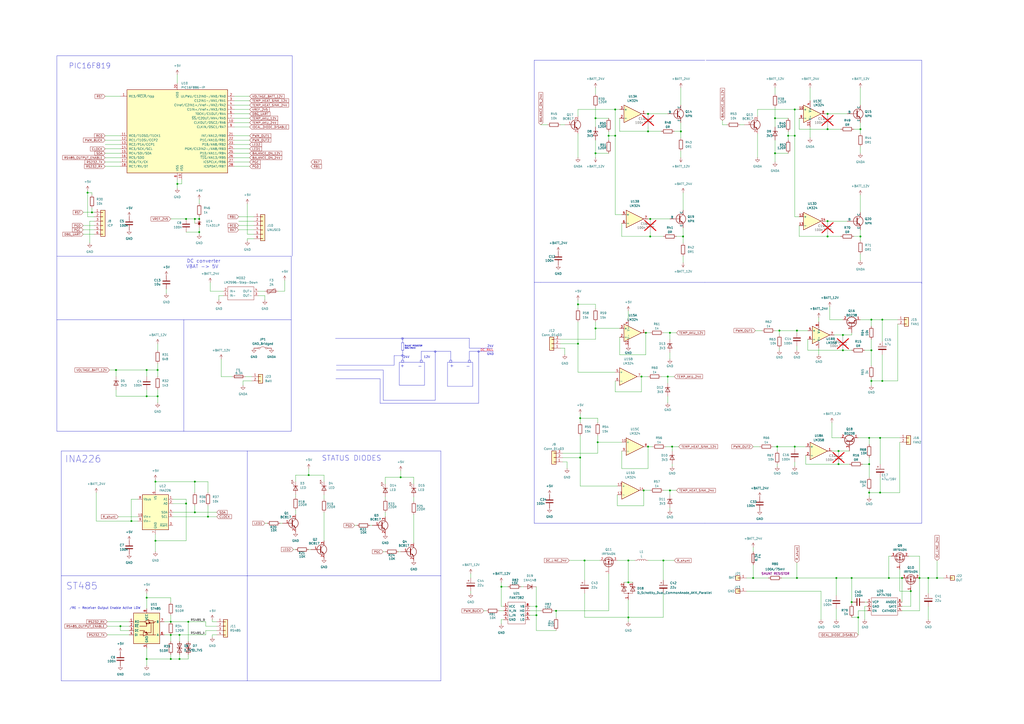
<source format=kicad_sch>
(kicad_sch (version 20231120) (generator "eeschema") (generator_version "8.0")
  (paper "A2")
  (junction (at 91.44 229.87))
  (junction (at 90.17 313.69))
  (junction (at 388.62 193.04))
  (junction (at 505.46 185.42))
  (junction (at 497.84 358.14))
  (junction (at 533.4 335.28))
  (junction (at 99.06 360.68))
  (junction (at 523.24 335.28))
  (junction (at 311.15 356.87))
  (junction (at 85.09 229.87))
  (junction (at 107.95 292.1))
  (junction (at 345.44 190.5))
  (junction (at 346.71 256.54))
  (junction (at 480.06 66.04))
  (junction (at 494.03 349.25))
  (junction (at 462.28 335.28))
  (junction (at 372.11 218.44))
  (junction (at 356.87 63.5))
  (junction (at 345.44 88.9))
  (junction (at 90.17 279.4))
  (junction (at 53.34 123.19))
  (junction (at 387.35 218.44))
  (junction (at 389.89 259.08))
  (junction (at 311.15 351.79))
  (junction (at 102.87 106.68))
  (junction (at 543.56 335.28))
  (junction (at 99.06 368.3))
  (junction (at 461.01 259.08))
  (junction (at 505.46 203.2))
  (junction (at 339.09 325.12))
  (junction (at 336.55 265.43))
  (junction (at 452.12 191.77))
  (junction (at 505.46 220.98))
  (junction (at 510.54 254))
  (junction (at 396.24 137.16))
  (junction (at 113.03 279.4))
  (junction (at 115.57 134.62))
  (junction (at 480.06 128.27))
  (junction (at 364.49 337.82))
  (junction (at 511.81 220.98))
  (junction (at 538.48 335.28))
  (junction (at 388.62 284.48))
  (junction (at 436.88 335.28))
  (junction (at 504.19 269.24))
  (junction (at 69.85 363.22))
  (junction (at 345.44 68.58))
  (junction (at 449.58 68.58))
  (junction (at 356.87 78.74))
  (junction (at 462.28 191.77))
  (junction (at 335.28 176.53))
  (junction (at 85.09 346.71))
  (junction (at 457.2 78.74))
  (junction (at 450.85 259.08))
  (junction (at 99.06 382.27))
  (junction (at 394.97 76.2))
  (junction (at 461.01 63.5))
  (junction (at 373.38 284.48))
  (junction (at 120.65 299.72))
  (junction (at 494.03 335.28))
  (junction (at 377.19 127))
  (junction (at 374.65 193.04))
  (junction (at 375.92 76.2))
  (junction (at 480.06 74.93))
  (junction (at 113.03 297.18))
  (junction (at 375.92 259.08))
  (junction (at 50.8 111.76))
  (junction (at 449.58 88.9))
  (junction (at 488.95 194.31))
  (junction (at 67.31 214.63))
  (junction (at 486.41 261.62))
  (junction (at 515.62 335.28))
  (junction (at 488.95 203.2))
  (junction (at 377.19 137.16))
  (junction (at 76.2 302.26))
  (junction (at 91.44 214.63))
  (junction (at 364.49 325.12))
  (junction (at 384.81 325.12))
  (junction (at 504.19 285.75))
  (junction (at 504.19 254))
  (junction (at 85.09 382.27))
  (junction (at 322.58 354.33))
  (junction (at 290.83 340.36))
  (junction (at 499.11 74.93))
  (junction (at 353.06 78.74))
  (junction (at 499.11 137.16))
  (junction (at 486.41 269.24))
  (junction (at 85.09 214.63))
  (junction (at 107.95 127))
  (junction (at 364.49 358.14))
  (junction (at 109.22 360.68))
  (junction (at 335.28 199.39))
  (junction (at 485.14 335.28))
  (junction (at 104.14 368.3))
  (junction (at 232.41 276.86))
  (junction (at 113.03 127))
  (junction (at 461.01 78.74))
  (junction (at 480.06 137.16))
  (junction (at 336.55 242.57))
  (junction (at 375.92 66.04))
  (junction (at 510.54 285.75))
  (junction (at 104.14 382.27))
  (junction (at 528.32 342.9))
  (junction (at 115.57 127))
  (junction (at 179.07 275.59))
  (junction (at 511.81 185.42))
  (polyline (pts (xy 222.25 214.63) (xy 222.25 232.156)))
  (wire (pts (xy 501.65 359.41) (xy 501.65 351.79)))
  (wire (pts (xy 438.15 191.77) (xy 441.96 191.77)))
  (polyline (pts (xy 35.56 394.97) (xy 35.56 334.01)))
  (wire (pts (xy 463.55 137.16) (xy 480.06 137.16)))
  (wire (pts (xy 392.43 284.48) (xy 388.62 284.48)))
  (wire (pts (xy 480.06 73.66) (xy 480.06 74.93)))
  (wire (pts (xy 486.41 261.62) (xy 492.76 261.62)))
  (wire (pts (xy 474.98 201.93) (xy 474.98 205.74)))
  (wire (pts (xy 356.87 78.74) (xy 356.87 63.5)))
  (wire (pts (xy 527.05 322.58) (xy 533.4 322.58)))
  (polyline (pts (xy 233.553 208.915) (xy 233.553 203.2)))
  (wire (pts (xy 105.41 106.68) (xy 105.41 104.14)))
  (wire (pts (xy 128.27 218.44) (xy 134.62 218.44)))
  (wire (pts (xy 467.36 269.24) (xy 467.36 264.16)))
  (wire (pts (xy 449.58 88.9) (xy 457.2 88.9)))
  (wire (pts (xy 292.1 351.79) (xy 290.83 351.79)))
  (wire (pts (xy 99.06 368.3) (xy 99.06 372.11)))
  (wire (pts (xy 374.65 205.74) (xy 374.65 193.04)))
  (wire (pts (xy 494.03 358.14) (xy 497.84 358.14)))
  (polyline (pts (xy 195.072 211.836) (xy 228.6 211.836)))
  (wire (pts (xy 433.07 342.9) (xy 476.25 342.9)))
  (wire (pts (xy 232.41 276.86) (xy 240.03 276.86)))
  (wire (pts (xy 67.31 229.87) (xy 67.31 226.06)))
  (wire (pts (xy 335.28 186.69) (xy 335.28 199.39)))
  (wire (pts (xy 436.88 335.28) (xy 445.77 335.28)))
  (wire (pts (xy 478.79 128.27) (xy 480.06 128.27)))
  (wire (pts (xy 359.41 76.2) (xy 375.92 76.2)))
  (wire (pts (xy 325.12 199.39) (xy 335.28 199.39)))
  (wire (pts (xy 109.22 382.27) (xy 104.14 382.27)))
  (wire (pts (xy 504.19 265.43) (xy 504.19 269.24)))
  (wire (pts (xy 364.49 325.12) (xy 364.49 337.82)))
  (wire (pts (xy 499.11 50.8) (xy 499.11 60.96)))
  (wire (pts (xy 511.81 220.98) (xy 520.7 220.98)))
  (wire (pts (xy 63.5 214.63) (xy 67.31 214.63)))
  (wire (pts (xy 346.71 242.57) (xy 336.55 242.57)))
  (wire (pts (xy 85.09 375.92) (xy 85.09 382.27)))
  (wire (pts (xy 91.44 229.87) (xy 91.44 233.68)))
  (wire (pts (xy 485.14 353.06) (xy 485.14 359.41)))
  (wire (pts (xy 482.6 254) (xy 487.68 254)))
  (wire (pts (xy 505.46 185.42) (xy 505.46 189.23)))
  (wire (pts (xy 353.06 78.74) (xy 356.87 78.74)))
  (wire (pts (xy 510.54 254) (xy 521.97 254)))
  (wire (pts (xy 240.03 276.86) (xy 240.03 280.67)))
  (wire (pts (xy 100.33 292.1) (xy 107.95 292.1)))
  (wire (pts (xy 48.26 130.81) (xy 54.61 130.81)))
  (polyline (pts (xy 309.88 163.83) (xy 313.69 163.83)))
  (wire (pts (xy 100.33 297.18) (xy 113.03 297.18)))
  (wire (pts (xy 240.03 288.29) (xy 240.03 290.83)))
  (wire (pts (xy 501.65 349.25) (xy 502.92 349.25)))
  (wire (pts (xy 53.34 120.65) (xy 53.34 123.19)))
  (wire (pts (xy 107.95 292.1) (xy 107.95 289.56)))
  (wire (pts (xy 353.06 78.74) (xy 353.06 81.28)))
  (wire (pts (xy 511.81 220.98) (xy 511.81 205.74)))
  (wire (pts (xy 358.14 293.37) (xy 373.38 293.37)))
  (wire (pts (xy 495.3 137.16) (xy 499.11 137.16)))
  (wire (pts (xy 205.74 304.8) (xy 207.01 304.8)))
  (wire (pts (xy 360.68 137.16) (xy 377.19 137.16)))
  (wire (pts (xy 135.89 86.36) (xy 144.78 86.36)))
  (wire (pts (xy 384.81 358.14) (xy 384.81 344.17)))
  (wire (pts (xy 421.64 72.39) (xy 419.1 72.39)))
  (wire (pts (xy 339.09 325.12) (xy 347.98 325.12)))
  (wire (pts (xy 85.09 214.63) (xy 85.09 218.44)))
  (wire (pts (xy 60.96 83.82) (xy 69.85 83.82)))
  (wire (pts (xy 345.44 68.58) (xy 345.44 73.66)))
  (wire (pts (xy 353.06 354.33) (xy 353.06 332.74)))
  (wire (pts (xy 55.88 302.26) (xy 55.88 285.75)))
  (polyline (pts (xy 233.553 198.755) (xy 233.553 196.215)))
  (polyline (pts (xy 232.918 198.755) (xy 234.188 198.755)))
  (wire (pts (xy 336.55 240.03) (xy 336.55 242.57)))
  (wire (pts (xy 109.22 360.68) (xy 109.22 372.11)))
  (wire (pts (xy 373.38 284.48) (xy 377.19 284.48)))
  (wire (pts (xy 99.06 368.3) (xy 104.14 368.3)))
  (wire (pts (xy 391.16 218.44) (xy 387.35 218.44)))
  (polyline (pts (xy 309.88 303.53) (xy 309.88 163.83)))
  (wire (pts (xy 67.31 214.63) (xy 85.09 214.63)))
  (polyline (pts (xy 35.56 334.01) (xy 35.56 261.62)))
  (wire (pts (xy 538.48 351.79) (xy 538.48 359.41)))
  (wire (pts (xy 462.28 191.77) (xy 462.28 193.04)))
  (polyline (pts (xy 168.91 250.19) (xy 168.91 185.42)))
  (polyline (pts (xy 252.476 203.962) (xy 252.476 232.156)))
  (wire (pts (xy 60.96 88.9) (xy 69.85 88.9)))
  (wire (pts (xy 307.34 354.33) (xy 313.69 354.33)))
  (wire (pts (xy 123.19 360.68) (xy 123.19 359.41)))
  (wire (pts (xy 461.01 259.08) (xy 467.36 259.08)))
  (wire (pts (xy 311.15 356.87) (xy 311.15 351.79)))
  (wire (pts (xy 127 173.99) (xy 127 171.45)))
  (wire (pts (xy 48.26 135.89) (xy 54.61 135.89)))
  (wire (pts (xy 345.44 190.5) (xy 345.44 186.69)))
  (wire (pts (xy 359.41 68.58) (xy 359.41 76.2)))
  (wire (pts (xy 153.67 171.45) (xy 153.67 173.99)))
  (wire (pts (xy 499.11 113.03) (xy 499.11 123.19)))
  (wire (pts (xy 91.44 226.06) (xy 91.44 229.87)))
  (wire (pts (xy 123.19 369.57) (xy 123.19 368.3)))
  (wire (pts (xy 345.44 68.58) (xy 353.06 68.58)))
  (wire (pts (xy 393.7 259.08) (xy 389.89 259.08)))
  (wire (pts (xy 505.46 196.85) (xy 505.46 203.2)))
  (wire (pts (xy 488.95 203.2) (xy 468.63 203.2)))
  (polyline (pts (xy 261.493 203.835) (xy 261.493 208.915)))
  (wire (pts (xy 346.71 256.54) (xy 346.71 252.73)))
  (polyline (pts (xy 244.348 208.915) (xy 244.348 203.835)))
  (wire (pts (xy 187.96 275.59) (xy 187.96 279.4)))
  (wire (pts (xy 373.38 293.37) (xy 373.38 284.48)))
  (wire (pts (xy 119.38 363.22) (xy 119.38 360.68)))
  (wire (pts (xy 102.87 43.18) (xy 102.87 48.26)))
  (wire (pts (xy 99.06 349.25) (xy 99.06 346.71)))
  (wire (pts (xy 53.34 123.19) (xy 54.61 123.19)))
  (wire (pts (xy 91.44 214.63) (xy 91.44 218.44)))
  (wire (pts (xy 504.19 254) (xy 504.19 257.81)))
  (wire (pts (xy 179.07 275.59) (xy 187.96 275.59)))
  (wire (pts (xy 499.11 147.32) (xy 499.11 151.13)))
  (wire (pts (xy 311.15 356.87) (xy 311.15 365.76)))
  (wire (pts (xy 392.43 193.04) (xy 388.62 193.04)))
  (wire (pts (xy 144.78 93.98) (xy 135.89 93.98)))
  (wire (pts (xy 488.95 203.2) (xy 494.03 203.2)))
  (wire (pts (xy 280.67 354.33) (xy 281.94 354.33)))
  (wire (pts (xy 396.24 132.08) (xy 396.24 137.16)))
  (wire (pts (xy 336.55 265.43) (xy 336.55 281.94)))
  (wire (pts (xy 359.41 195.58) (xy 359.41 205.74)))
  (wire (pts (xy 450.85 269.24) (xy 450.85 270.51)))
  (wire (pts (xy 375.92 127) (xy 377.19 127)))
  (wire (pts (xy 384.81 325.12) (xy 384.81 336.55)))
  (wire (pts (xy 388.62 208.28) (xy 388.62 204.47)))
  (wire (pts (xy 135.89 68.58) (xy 144.78 68.58)))
  (polyline (pts (xy 255.778 261.62) (xy 143.51 261.62)))
  (wire (pts (xy 170.18 318.77) (xy 171.45 318.77)))
  (wire (pts (xy 330.2 325.12) (xy 339.09 325.12)))
  (wire (pts (xy 533.4 335.28) (xy 538.48 335.28)))
  (wire (pts (xy 345.44 81.28) (xy 345.44 88.9)))
  (wire (pts (xy 95.25 360.68) (xy 99.06 360.68)))
  (polyline (pts (xy 33.02 185.42) (xy 106.68 185.42)))
  (wire (pts (xy 115.57 125.73) (xy 115.57 127)))
  (wire (pts (xy 135.89 71.12) (xy 144.78 71.12)))
  (wire (pts (xy 419.1 72.39) (xy 419.1 69.85)))
  (wire (pts (xy 372.11 218.44) (xy 375.92 218.44)))
  (wire (pts (xy 54.61 128.27) (xy 52.07 128.27)))
  (wire (pts (xy 497.84 354.33) (xy 502.92 354.33)))
  (wire (pts (xy 515.62 322.58) (xy 515.62 335.28)))
  (wire (pts (xy 104.14 382.27) (xy 99.06 382.27)))
  (wire (pts (xy 99.06 356.87) (xy 99.06 360.68)))
  (wire (pts (xy 449.58 68.58) (xy 457.2 68.58)))
  (wire (pts (xy 449.58 81.28) (xy 449.58 88.9)))
  (wire (pts (xy 80.01 289.56) (xy 76.2 289.56)))
  (wire (pts (xy 90.17 279.4) (xy 90.17 284.48)))
  (wire (pts (xy 143.51 118.11) (xy 143.51 135.89)))
  (wire (pts (xy 346.71 245.11) (xy 346.71 242.57)))
  (wire (pts (xy 538.48 335.28) (xy 538.48 344.17)))
  (polyline (pts (xy 255.778 394.97) (xy 255.778 334.01)))
  (wire (pts (xy 135.89 66.04) (xy 144.78 66.04)))
  (wire (pts (xy 392.43 137.16) (xy 396.24 137.16)))
  (wire (pts (xy 171.45 295.91) (xy 171.45 298.45)))
  (wire (pts (xy 135.89 91.44) (xy 144.78 91.44)))
  (wire (pts (xy 394.97 50.8) (xy 394.97 60.96)))
  (wire (pts (xy 375.92 73.66) (xy 375.92 76.2)))
  (wire (pts (xy 486.41 269.24) (xy 492.76 269.24)))
  (wire (pts (xy 505.46 220.98) (xy 505.46 219.71)))
  (wire (pts (xy 187.96 297.18) (xy 187.96 313.69)))
  (wire (pts (xy 449.58 88.9) (xy 449.58 93.98)))
  (wire (pts (xy 468.63 203.2) (xy 468.63 196.85)))
  (wire (pts (xy 162.56 303.53) (xy 163.83 303.53)))
  (wire (pts (xy 485.14 335.28) (xy 494.03 335.28)))
  (polyline (pts (xy 233.553 203.2) (xy 234.188 203.2)))
  (wire (pts (xy 346.71 262.89) (xy 346.71 256.54)))
  (wire (pts (xy 135.89 60.96) (xy 144.78 60.96)))
  (wire (pts (xy 388.62 193.04) (xy 388.62 196.85)))
  (wire (pts (xy 543.56 325.12) (xy 543.56 335.28)))
  (wire (pts (xy 439.42 63.5) (xy 461.01 63.5)))
  (wire (pts (xy 135.89 83.82) (xy 144.78 83.82)))
  (wire (pts (xy 223.52 297.18) (xy 223.52 299.72)))
  (polyline (pts (xy 234.188 198.755) (xy 234.188 203.2)))
  (wire (pts (xy 109.22 379.73) (xy 109.22 382.27)))
  (wire (pts (xy 326.39 262.89) (xy 346.71 262.89)))
  (wire (pts (xy 69.85 363.22) (xy 74.93 363.22)))
  (wire (pts (xy 345.44 196.85) (xy 345.44 190.5)))
  (wire (pts (xy 461.01 259.08) (xy 461.01 260.35)))
  (polyline (pts (xy 228.6 211.836) (xy 228.6 206.248)))
  (polyline (pts (xy 33.02 250.19) (xy 106.68 250.19)))
  (wire (pts (xy 67.31 214.63) (xy 67.31 218.44)))
  (wire (pts (xy 494.03 194.31) (xy 494.03 193.04)))
  (wire (pts (xy 335.28 63.5) (xy 335.28 67.31)))
  (wire (pts (xy 322.58 354.33) (xy 353.06 354.33)))
  (polyline (pts (xy 408.94 303.53) (xy 309.88 303.53)))
  (wire (pts (xy 462.28 326.39) (xy 462.28 335.28)))
  (wire (pts (xy 307.34 351.79) (xy 311.15 351.79)))
  (wire (pts (xy 483.87 194.31) (xy 488.95 194.31)))
  (wire (pts (xy 322.58 358.14) (xy 322.58 354.33)))
  (wire (pts (xy 457.2 78.74) (xy 457.2 81.28)))
  (wire (pts (xy 240.03 298.45) (xy 240.03 314.96)))
  (wire (pts (xy 501.65 203.2) (xy 505.46 203.2)))
  (wire (pts (xy 135.89 81.28) (xy 144.78 81.28)))
  (wire (pts (xy 147.32 130.81) (xy 138.43 130.81)))
  (wire (pts (xy 60.96 78.74) (xy 69.85 78.74)))
  (wire (pts (xy 521.97 285.75) (xy 510.54 285.75)))
  (wire (pts (xy 335.28 176.53) (xy 335.28 179.07)))
  (wire (pts (xy 90.17 278.13) (xy 90.17 279.4)))
  (wire (pts (xy 391.16 76.2) (xy 394.97 76.2)))
  (wire (pts (xy 523.24 349.25) (xy 523.24 335.28)))
  (wire (pts (xy 361.95 337.82) (xy 364.49 337.82)))
  (wire (pts (xy 107.95 134.62) (xy 115.57 134.62)))
  (wire (pts (xy 505.46 220.98) (xy 511.81 220.98)))
  (wire (pts (xy 125.73 365.76) (xy 119.38 365.76)))
  (wire (pts (xy 372.11 227.33) (xy 372.11 218.44)))
  (wire (pts (xy 499.11 137.16) (xy 499.11 139.7)))
  (polyline (pts (xy 272.288 201.93) (xy 285.623 201.93)))
  (wire (pts (xy 62.23 368.3) (xy 74.93 368.3)))
  (wire (pts (xy 214.63 304.8) (xy 215.9 304.8)))
  (wire (pts (xy 360.68 129.54) (xy 360.68 137.16)))
  (wire (pts (xy 147.32 138.43) (xy 143.51 138.43)))
  (wire (pts (xy 510.54 285.75) (xy 510.54 276.86)))
  (wire (pts (xy 327.66 201.93) (xy 327.66 205.74)))
  (wire (pts (xy 480.06 66.04) (xy 491.49 66.04)))
  (wire (pts (xy 387.35 233.68) (xy 387.35 229.87)))
  (wire (pts (xy 488.95 194.31) (xy 494.03 194.31)))
  (wire (pts (xy 99.06 379.73) (xy 99.06 382.27)))
  (wire (pts (xy 135.89 55.88) (xy 144.78 55.88)))
  (wire (pts (xy 107.95 313.69) (xy 107.95 292.1)))
  (wire (pts (xy 364.49 180.34) (xy 364.49 185.42)))
  (wire (pts (xy 328.93 267.97) (xy 328.93 271.78)))
  (wire (pts (xy 450.85 259.08) (xy 450.85 261.62)))
  (wire (pts (xy 135.89 78.74) (xy 144.78 78.74)))
  (wire (pts (xy 95.25 368.3) (xy 99.06 368.3)))
  (wire (pts (xy 91.44 199.39) (xy 91.44 203.2)))
  (wire (pts (xy 375.92 66.04) (xy 387.35 66.04)))
  (wire (pts (xy 313.69 72.39) (xy 317.5 72.39)))
  (wire (pts (xy 69.85 365.76) (xy 69.85 363.22)))
  (polyline (pts (xy 255.778 334.01) (xy 255.778 261.62)))
  (wire (pts (xy 290.83 340.36) (xy 294.64 340.36)))
  (wire (pts (xy 302.26 340.36) (xy 303.53 340.36)))
  (wire (pts (xy 48.26 133.35) (xy 54.61 133.35)))
  (wire (pts (xy 450.85 259.08) (xy 461.01 259.08)))
  (wire (pts (xy 222.25 320.04) (xy 223.52 320.04)))
  (wire (pts (xy 144.78 96.52) (xy 135.89 96.52)))
  (wire (pts (xy 494.03 349.25) (xy 494.03 350.52)))
  (wire (pts (xy 85.09 382.27) (xy 85.09 386.08)))
  (polyline (pts (xy 143.51 394.97) (xy 143.51 261.62)))
  (wire (pts (xy 290.83 359.41) (xy 292.1 359.41)))
  (polyline (pts (xy 228.6 206.248) (xy 233.426 206.248)))
  (wire (pts (xy 476.25 342.9) (xy 476.25 359.41)))
  (wire (pts (xy 335.28 199.39) (xy 335.28 215.9)))
  (wire (pts (xy 499.11 133.35) (xy 499.11 137.16)))
  (wire (pts (xy 504.19 288.29) (xy 504.19 285.75)))
  (wire (pts (xy 153.67 171.45) (xy 149.86 171.45)))
  (polyline (pts (xy 220.472 233.934) (xy 277.622 233.934)))
  (wire (pts (xy 62.23 360.68) (xy 74.93 360.68)))
  (wire (pts (xy 120.65 299.72) (xy 125.73 299.72)))
  (wire (pts (xy 463.55 130.81) (xy 463.55 137.16)))
  (wire (pts (xy 480.06 74.93) (xy 487.68 74.93)))
  (wire (pts (xy 143.51 138.43) (xy 143.51 139.7)))
  (wire (pts (xy 179.07 271.78) (xy 179.07 275.59)))
  (polyline (pts (xy 534.67 34.925) (xy 534.67 164.465)))
  (wire (pts (xy 311.15 365.76) (xy 322.58 365.76)))
  (polyline (pts (xy 409.575 34.925) (xy 534.67 34.925)))
  (wire (pts (xy 113.03 279.4) (xy 113.03 285.75)))
  (wire (pts (xy 60.96 93.98) (xy 69.85 93.98)))
  (wire (pts (xy 149.86 168.91) (xy 153.67 168.91)))
  (wire (pts (xy 171.45 275.59) (xy 171.45 279.4)))
  (wire (pts (xy 461.01 63.5) (xy 463.55 63.5)))
  (wire (pts (xy 495.3 74.93) (xy 499.11 74.93)))
  (wire (pts (xy 325.12 201.93) (xy 327.66 201.93)))
  (wire (pts (xy 520.7 220.98) (xy 520.7 187.96)))
  (wire (pts (xy 339.09 325.12) (xy 339.09 336.55)))
  (wire (pts (xy 107.95 127) (xy 113.03 127)))
  (wire (pts (xy 345.44 50.8) (xy 345.44 54.61)))
  (wire (pts (xy 449.58 50.8) (xy 449.58 54.61)))
  (polyline (pts (xy 233.553 196.215) (xy 272.288 196.215)))
  (wire (pts (xy 504.19 285.75) (xy 510.54 285.75)))
  (wire (pts (xy 336.55 252.73) (xy 336.55 265.43)))
  (wire (pts (xy 54.61 125.73) (xy 50.8 125.73)))
  (wire (pts (xy 356.87 124.46) (xy 360.68 124.46)))
  (wire (pts (xy 140.97 220.98) (xy 140.97 223.52)))
  (wire (pts (xy 322.58 354.33) (xy 321.31 354.33)))
  (wire (pts (xy 538.48 335.28) (xy 543.56 335.28)))
  (wire (pts (xy 120.65 279.4) (xy 120.65 285.75)))
  (polyline (pts (xy 220.472 219.71) (xy 220.472 233.934)))
  (polyline (pts (xy 408.94 34.925) (xy 309.88 34.925)))
  (wire (pts (xy 436.88 259.08) (xy 440.69 259.08)))
  (polyline (pts (xy 143.51 394.97) (xy 255.778 394.97)))
  (wire (pts (xy 488.95 185.42) (xy 481.33 185.42)))
  (wire (pts (xy 345.44 179.07) (xy 345.44 176.53)))
  (wire (pts (xy 336.55 242.57) (xy 336.55 245.11)))
  (wire (pts (xy 115.57 132.08) (xy 115.57 134.62)))
  (wire (pts (xy 523.24 351.79) (xy 528.32 351.79)))
  (wire (pts (xy 99.06 127) (xy 107.95 127)))
  (wire (pts (xy 505.46 185.42) (xy 511.81 185.42)))
  (wire (pts (xy 102.87 106.68) (xy 102.87 109.22)))
  (wire (pts (xy 462.28 335.28) (xy 485.14 335.28)))
  (wire (pts (xy 85.09 344.17) (xy 85.09 346.71)))
  (wire (pts (xy 469.9 50.8) (xy 469.9 58.42)))
  (polyline (pts (xy 232.918 203.2) (xy 232.918 198.755)))
  (wire (pts (xy 85.09 226.06) (xy 85.09 229.87)))
  (wire (pts (xy 356.87 78.74) (xy 356.87 124.46)))
  (wire (pts (xy 90.17 313.69) (xy 90.17 320.04)))
  (wire (pts (xy 99.06 346.71) (xy 85.09 346.71)))
  (wire (pts (xy 388.62 284.48) (xy 388.62 287.02)))
  (wire (pts (xy 115.57 134.62) (xy 115.57 135.89)))
  (wire (pts (xy 462.28 335.28) (xy 453.39 335.28)))
  (wire (pts (xy 187.96 287.02) (xy 187.96 289.56)))
  (wire (pts (xy 353.06 76.2) (xy 353.06 78.74)))
  (wire (pts (xy 60.96 81.28) (xy 69.85 81.28)))
  (wire (pts (xy 100.33 299.72) (xy 120.65 299.72)))
  (wire (pts (xy 463.55 74.93) (xy 480.06 74.93)))
  (wire (pts (xy 91.44 210.82) (xy 91.44 214.63)))
  (wire (pts (xy 516.89 322.58) (xy 515.62 322.58)))
  (wire (pts (xy 335.28 215.9) (xy 356.87 215.9)))
  (wire (pts (xy 528.32 351.79) (xy 528.32 342.9)))
  (wire (pts (xy 501.65 351.79) (xy 502.92 351.79)))
  (wire (pts (xy 396.24 148.59) (xy 396.24 152.4)))
  (wire (pts (xy 50.8 110.49) (xy 50.8 111.76)))
  (wire (pts (xy 335.28 63.5) (xy 356.87 63.5)))
  (wire (pts (xy 125.73 363.22) (xy 119.38 363.22)))
  (wire (pts (xy 374.65 66.04) (xy 375.92 66.04)))
  (wire (pts (xy 273.05 332.74) (xy 273.05 335.28)))
  (wire (pts (xy 104.14 368.3) (xy 104.14 372.11)))
  (wire (pts (xy 461.01 125.73) (xy 463.55 125.73)))
  (wire (pts (xy 339.09 358.14) (xy 339.09 344.17)))
  (wire (pts (xy 449.58 62.23) (xy 449.58 68.58)))
  (polyline (pts (xy 233.553 203.2) (xy 232.918 203.2)))
  (polyline (pts (xy 408.94 163.83) (xy 534.67 163.83)))
  (wire (pts (xy 90.17 313.69) (xy 107.95 313.69)))
  (wire (pts (xy 360.68 261.62) (xy 360.68 271.78)))
  (wire (pts (xy 377.19 127) (xy 388.62 127)))
  (wire (pts (xy 360.68 271.78) (xy 375.92 271.78)))
  (wire (pts (xy 374.65 193.04) (xy 377.19 193.04)))
  (wire (pts (xy 99.06 382.27) (xy 85.09 382.27)))
  (wire (pts (xy 375.92 271.78) (xy 375.92 259.08)))
  (wire (pts (xy 462.28 191.77) (xy 468.63 191.77)))
  (wire (pts (xy 147.32 135.89) (xy 143.51 135.89)))
  (wire (pts (xy 99.06 360.68) (xy 109.22 360.68)))
  (wire (pts (xy 436.88 317.5) (xy 436.88 320.04)))
  (wire (pts (xy 85.09 214.63) (xy 91.44 214.63)))
  (polyline (pts (xy 222.25 232.156) (xy 252.476 232.156)))
  (wire (pts (xy 76.2 302.26) (xy 80.01 302.26)))
  (wire (pts (xy 452.12 191.77) (xy 452.12 194.31)))
  (wire (pts (xy 115.57 115.57) (xy 115.57 118.11)))
  (wire (pts (xy 135.89 63.5) (xy 144.78 63.5)))
  (wire (pts (xy 147.32 133.35) (xy 138.43 133.35)))
  (wire (pts (xy 179.07 318.77) (xy 180.34 318.77)))
  (wire (pts (xy 107.95 289.56) (xy 100.33 289.56)))
  (wire (pts (xy 311.15 351.79) (xy 311.15 340.36)))
  (wire (pts (xy 113.03 127) (xy 115.57 127)))
  (wire (pts (xy 521.97 342.9) (xy 521.97 330.2)))
  (wire (pts (xy 335.28 173.99) (xy 335.28 176.53)))
  (wire (pts (xy 231.14 320.04) (xy 232.41 320.04)))
  (wire (pts (xy 543.56 335.28) (xy 547.37 335.28)))
  (wire (pts (xy 533.4 354.33) (xy 533.4 335.28)))
  (wire (pts (xy 223.52 276.86) (xy 223.52 280.67)))
  (wire (pts (xy 55.88 302.26) (xy 76.2 302.26)))
  (wire (pts (xy 389.89 270.51) (xy 389.89 269.24)))
  (polyline (pts (xy 35.56 334.01) (xy 143.51 334.01)))
  (wire (pts (xy 364.49 325.12) (xy 368.3 325.12)))
  (wire (pts (xy 76.2 289.56) (xy 76.2 302.26)))
  (polyline (pts (xy 194.818 219.71) (xy 220.472 219.71)))
  (polyline (pts (xy 534.67 303.53) (xy 408.94 303.53)))
  (wire (pts (xy 394.97 76.2) (xy 394.97 80.01)))
  (wire (pts (xy 113.03 293.37) (xy 113.03 297.18)))
  (wire (pts (xy 290.83 340.36) (xy 290.83 337.82)))
  (wire (pts (xy 102.87 106.68) (xy 105.41 106.68)))
  (wire (pts (xy 325.12 72.39) (xy 327.66 72.39)))
  (wire (pts (xy 135.89 58.42) (xy 144.78 58.42)))
  (wire (pts (xy 127 171.45) (xy 129.54 171.45)))
  (wire (pts (xy 396.24 111.76) (xy 396.24 121.92)))
  (wire (pts (xy 497.84 358.14) (xy 497.84 354.33)))
  (wire (pts (xy 147.32 128.27) (xy 138.43 128.27)))
  (wire (pts (xy 499.11 71.12) (xy 499.11 74.93)))
  (wire (pts (xy 499.11 185.42) (xy 505.46 185.42)))
  (wire (pts (xy 481.33 185.42) (xy 481.33 177.8)))
  (wire (pts (xy 494.03 335.28) (xy 515.62 335.28)))
  (wire (pts (xy 394.97 87.63) (xy 394.97 91.44)))
  (wire (pts (xy 449.58 191.77) (xy 452.12 191.77)))
  (wire (pts (xy 533.4 322.58) (xy 533.4 335.28)))
  (wire (pts (xy 104.14 368.3) (xy 119.38 368.3)))
  (wire (pts (xy 121.92 168.91) (xy 121.92 163.83)))
  (wire (pts (xy 232.41 273.05) (xy 232.41 276.86)))
  (wire (pts (xy 429.26 72.39) (xy 431.8 72.39)))
  (wire (pts (xy 482.6 261.62) (xy 486.41 261.62)))
  (wire (pts (xy 345.44 88.9) (xy 345.44 91.44)))
  (wire (pts (xy 223.52 288.29) (xy 223.52 289.56)))
  (wire (pts (xy 60.96 96.52) (xy 69.85 96.52)))
  (wire (pts (xy 523.24 354.33) (xy 533.4 354.33)))
  (polyline (pts (xy 309.88 34.925) (xy 309.88 163.83)))
  (polyline (pts (xy 272.288 196.215) (xy 272.288 201.93)))
  (wire (pts (xy 113.03 297.18) (xy 125.73 297.18)))
  (wire (pts (xy 50.8 111.76) (xy 50.8 125.73)))
  (wire (pts (xy 389.89 259.08) (xy 389.89 261.62)))
  (polyline (pts (xy 35.56 261.62) (xy 143.51 261.62)))
  (wire (pts (xy 504.19 285.75) (xy 504.19 284.48)))
  (wire (pts (xy 439.42 63.5) (xy 439.42 67.31)))
  (wire (pts (xy 290.83 351.79) (xy 290.83 340.36)))
  (wire (pts (xy 60.96 86.36) (xy 69.85 86.36)))
  (wire (pts (xy 125.73 360.68) (xy 123.19 360.68)))
  (wire (pts (xy 325.12 196.85) (xy 345.44 196.85)))
  (wire (pts (xy 485.14 335.28) (xy 485.14 345.44)))
  (wire (pts (xy 60.96 91.44) (xy 69.85 91.44)))
  (wire (pts (xy 505.46 203.2) (xy 505.46 212.09)))
  (wire (pts (xy 499.11 74.93) (xy 499.11 77.47)))
  (wire (pts (xy 497.84 254) (xy 504.19 254)))
  (wire (pts (xy 457.2 76.2) (xy 457.2 78.74)))
  (wire (pts (xy 345.44 88.9) (xy 353.06 88.9)))
  (wire (pts (xy 364.49 337.82) (xy 367.03 337.82)))
  (wire (pts (xy 511.81 185.42) (xy 520.7 185.42)))
  (polyline (pts (xy 33.02 32.385) (xy 169.545 32.385)))
  (wire (pts (xy 146.05 220.98) (xy 140.97 220.98)))
  (wire (pts (xy 384.81 193.04) (xy 388.62 193.04)))
  (wire (pts (xy 85.09 229.87) (xy 67.31 229.87)))
  (wire (pts (xy 474.98 184.15) (xy 474.98 186.69)))
  (polyline (pts (xy 33.02 185.42) (xy 33.02 32.385)))
  (wire (pts (xy 232.41 276.86) (xy 223.52 276.86)))
  (wire (pts (xy 500.38 269.24) (xy 504.19 269.24)))
  (wire (pts (xy 345.44 62.23) (xy 345.44 68.58)))
  (wire (pts (xy 290.83 361.95) (xy 290.83 359.41)))
  (wire (pts (xy 461.01 78.74) (xy 461.01 125.73)))
  (wire (pts (xy 452.12 201.93) (xy 452.12 203.2)))
  (wire (pts (xy 102.87 104.14) (xy 102.87 106.68)))
  (wire (pts (xy 375.92 259.08) (xy 378.46 259.08)))
  (wire (pts (xy 494.03 335.28) (xy 494.03 349.25)))
  (wire (pts (xy 433.07 335.28) (xy 436.88 335.28)))
  (wire (pts (xy 359.41 190.5) (xy 345.44 190.5)))
  (wire (pts (xy 480.06 137.16) (xy 487.68 137.16)))
  (polyline (pts (xy 534.67 163.83) (xy 534.67 303.53)))
  (wire (pts (xy 528.32 342.9) (xy 521.97 342.9)))
  (wire (pts (xy 499.11 85.09) (xy 499.11 88.9)))
  (wire (pts (xy 153.67 303.53) (xy 154.94 303.53)))
  (wire (pts (xy 469.9 73.66) (xy 469.9 80.01)))
  (wire (pts (xy 135.89 73.66) (xy 144.78 73.66)))
  (wire (pts (xy 123.19 368.3) (xy 125.73 368.3)))
  (wire (pts (xy 120.65 293.37) (xy 120.65 299.72)))
  (wire (pts (xy 142.24 218.44) (xy 146.05 218.44)))
  (wire (pts (xy 461.01 267.97) (xy 461.01 270.51)))
  (wire (pts (xy 375.92 325.12) (xy 384.81 325.12)))
  (wire (pts (xy 360.68 256.54) (xy 346.71 256.54)))
  (wire (pts (xy 135.89 88.9) (xy 144.78 88.9)))
  (wire (pts (xy 171.45 287.02) (xy 171.45 288.29)))
  (wire (pts (xy 109.22 360.68) (xy 119.38 360.68)))
  (wire (pts (xy 171.45 275.59) (xy 179.07 275.59)))
  (wire (pts (xy 436.88 327.66) (xy 436.88 335.28)))
  (wire (pts (xy 52.07 128.27) (xy 52.07 140.97)))
  (wire (pts (xy 504.19 269.24) (xy 504.19 276.86)))
  (wire (pts (xy 326.39 267.97) (xy 328.93 267.97)))
  (polyline (pts (xy 106.68 250.19) (xy 106.68 185.42)))
  (wire (pts (xy 478.79 66.04) (xy 480.06 66.04)))
  (wire (pts (xy 128.27 208.28) (xy 128.27 218.44)))
  (polyline (pts (xy 168.91 185.42) (xy 106.68 185.42)))
  (wire (pts (xy 289.56 354.33) (xy 292.1 354.33)))
  (polyline (pts (xy 33.02 185.42) (xy 33.02 250.19)))
  (wire (pts (xy 165.1 168.91) (xy 165.1 162.56)))
  (wire (pts (xy 515.62 335.28) (xy 523.24 335.28)))
  (wire (pts (xy 384.81 325.12) (xy 391.16 325.12)))
  (wire (pts (xy 384.81 284.48) (xy 388.62 284.48)))
  (wire (pts (xy 448.31 259.08) (xy 450.85 259.08)))
  (wire (pts (xy 461.01 78.74) (xy 461.01 63.5)))
  (wire (pts (xy 510.54 254) (xy 510.54 269.24)))
  (polyline (pts (xy 195.072 214.63) (xy 222.25 214.63)))
  (wire (pts (xy 486.41 269.24) (xy 467.36 269.24)))
  (polyline (pts (xy 106.68 250.19) (xy 168.91 250.19)))
  (wire (pts (xy 457.2 78.74) (xy 461.01 78.74)))
  (wire (pts (xy 386.08 259.08) (xy 389.89 259.08)))
  (wire (pts (xy 69.85 55.88) (xy 60.96 55.88)))
  (polyline (pts (xy 35.56 394.97) (xy 143.51 394.97)))
  (wire (pts (xy 364.49 358.14) (xy 364.49 347.98)))
  (wire (pts (xy 439.42 77.47) (xy 439.42 91.44)))
  (wire (pts (xy 68.58 299.72) (xy 80.01 299.72)))
  (wire (pts (xy 388.62 295.91) (xy 388.62 294.64)))
  (wire (pts (xy 488.95 194.31) (xy 488.95 195.58)))
  (polyline (pts (xy 244.348 203.835) (xy 261.493 203.835)))
  (wire (pts (xy 383.54 218.44) (xy 387.35 218.44)))
  (wire (pts (xy 356.87 227.33) (xy 372.11 227.33)))
  (polyline (pts (xy 272.288 203.835) (xy 286.258 203.835)))
  (wire (pts (xy 273.05 342.9) (xy 273.05 344.17)))
  (wire (pts (xy 91.44 229.87) (xy 85.09 229.87)))
  (wire (pts (xy 377.19 134.62) (xy 377.19 137.16)))
  (wire (pts (xy 511.81 185.42) (xy 511.81 198.12)))
  (wire (pts (xy 449.58 68.58) (xy 449.58 73.66)))
  (wire (pts (xy 364.49 358.14) (xy 384.81 358.14)))
  (wire (pts (xy 521.97 256.54) (xy 521.97 285.75)))
  (wire (pts (xy 364.49 360.68) (xy 364.49 358.14)))
  (wire (pts (xy 335.28 77.47) (xy 335.28 91.44)))
  (wire (pts (xy 394.97 71.12) (xy 394.97 76.2)))
  (wire (pts (xy 497.84 368.3) (xy 497.84 358.14)))
  (wire (pts (xy 113.03 129.54) (xy 113.03 127)))
  (wire (pts (xy 85.09 346.71) (xy 85.09 353.06)))
  (wire (pts (xy 74.93 365.76) (xy 69.85 365.76)))
  (polyline (pts (xy 168.91 148.59) (xy 168.91 185.42)))
  (wire (pts (xy 482.6 245.11) (xy 482.6 254)))
  (wire (pts (xy 345.44 176.53) (xy 335.28 176.53)))
  (wire (pts (xy 480.06 128.27) (xy 491.49 128.27)))
  (polyline (pts (xy 33.02 148.59) (xy 168.91 148.59)))
  (polyline (pts (xy 277.622 203.962) (xy 277.622 233.934)))
  (wire (pts (xy 53.34 113.03) (xy 53.34 111.76)))
  (polyline (pts (xy 169.545 32.385) (xy 169.545 148.59)))
  (polyline (pts (xy 143.51 334.01) (xy 255.778 334.01)))
  (wire (pts (xy 462.28 200.66) (xy 462.28 203.2)))
  (wire (pts (xy 326.39 265.43) (xy 336.55 265.43)))
  (wire (pts (xy 50.8 111.76) (xy 53.34 111.76)))
  (wire (pts (xy 480.06 135.89) (xy 480.06 137.16)))
  (wire (pts (xy 505.46 223.52) (xy 505.46 220.98)))
  (wire (pts (xy 396.24 137.16) (xy 396.24 140.97)))
  (wire (pts (xy 90.17 309.88) (xy 90.17 313.69)))
  (polyline (pts (xy 194.564 196.342) (xy 233.426 196.342)))
  (wire (pts (xy 387.35 218.44) (xy 387.35 222.25)))
  (wire (pts (xy 138.43 125.73) (xy 147.32 125.73)))
  (wire (pts (xy 356.87 63.5) (xy 359.41 63.5)))
  (wire (pts (xy 452.12 191.77) (xy 462.28 191.77)))
  (wire (pts (xy 504.19 254) (xy 510.54 254)))
  (wire (pts (xy 307.34 356.87) (xy 311.15 356.87)))
  (wire (pts (xy 90.17 279.4) (xy 113.03 279.4)))
  (wire (pts (xy 364.49 358.14) (xy 339.09 358.14)))
  (wire (pts (xy 121.92 168.91) (xy 129.54 168.91)))
  (wire (pts (xy 358.14 287.02) (xy 358.14 293.37)))
  (wire (pts (xy 375.92 76.2) (xy 383.54 76.2)))
  (wire (pts (xy 48.26 123.19) (xy 53.34 123.19)))
  (polyline (pts (xy 272.288 208.915) (xy 272.288 203.835)))
  (wire (pts (xy 359.41 205.74) (xy 374.65 205.74)))
  (wire (pts (xy 119.38 365.76) (xy 119.38 368.3)))
  (wire (pts (xy 356.87 220.98) (xy 356.87 227.33)))
  (wire (pts (xy 463.55 68.58) (xy 463.55 74.93)))
  (wire (pts (xy 104.14 379.73) (xy 104.14 382.27)))
  (wire (pts (xy 336.55 281.94) (xy 358.14 281.94)))
  (wire (pts (xy 62.23 363.22) (xy 69.85 363.22)))
  (wire (pts (xy 377.19 137.16) (xy 384.81 137.16)))
  (wire (pts (xy 96.52 167.64) (xy 96.52 170.18)))
  (wire (pts (xy 113.03 279.4) (xy 120.65 279.4)))
  (wire (pts (xy 358.14 325.12) (xy 364.49 325.12)))
  (polyline (pts (xy 313.69 163.83) (xy 408.94 163.83)))
  (wire (pts (xy 161.29 168.91) (xy 165.1 168.91)))
  (rectangle (start 231.648 210.185) (end 246.253 223.52))
  (rectangle (start 271.653 208.915) (end 272.923 210.185))
  (circle (center 233.426 206.248) (radius 0.568) (fill (type color)))
  (rectangle (start 260.858 208.915) (end 262.128 210.185))
  (circle (center 252.476 203.962) (radius 0.508) (fill (type color)))
  (rectangle (start 259.588 210.185) (end 274.193 224.155))
  (rectangle (start 232.918 208.915) (end 234.188 210.185))
  (circle (center 233.426 196.342) (radius 0.568) (fill (type color)))
  (rectangle (start 243.713 208.915) (end 244.983 210.185))
  (circle (center 277.622 203.962) (radius 0.508) (fill (type color)))
  (text "DC converter\nVBAT -> 5V " (at 118.11 153.162 0) (effects (font (size 2 2))))
  (text "-" (at 271.526 212.598 0) (effects (font (size 2 2))))
  (text "/RE - Receiver Output Enable Active LOW" (at 60.96 352.806 0) (effects (font (size 1.27 1.27))))
  (text "INA226\n" (at 48.26 266.446 0) (effects (font (size 4 4))))
  (text "GND" (at 284.48 205.486 0) (effects (font (size 1.27 1.27))))
  (text "+" (at 233.426 212.344 0) (effects (font (size 2 2))))
  (text "ST485" (at 47.498 340.106 0) (effects (font (size 4 4))))
  (text "12V" (at 247.65 207.264 0) (effects (font (size 1.27 1.27))))
  (text "PIC16F819" (at 52.07 38.354 0) (effects (font (size 3 3))))
  (text "SHUNT RESISTOR\n50A/25mV" (at 234.696 201.422 0) (effects (font (size 0.8 0.8)) (justify left)))
  (text "+" (at 262.128 212.344 0) (effects (font (size 2 2))))
  (text "-" (at 243.586 212.598 0) (effects (font (size 2 2))))
  (text "24V" (at 235.712 207.264 0) (effects (font (size 1.27 1.27))))
  (text "24V" (at 284.48 200.914 0) (effects (font (size 1.27 1.27))))
  (text "STATUS DIODES" (at 203.962 265.938 0) (effects (font (size 3 3))))
  (text "DC_RAIL" (at 282.448 203.2 0) (effects (font (size 1.27 1.27))))
  (label "RS485_B" (at 110.49 360.68 0))
  (label "RS485_A" (at 110.49 368.3 0))
  (global_label "RS232_TX" (shape input) (at 62.23 368.3 180) (property "Intersheetrefs" "${INTERSHEET_REFS}" (effects (hide yes))))
  (global_label "R_shunt" (shape input) (at 68.58 299.72 180) (property "Intersheetrefs" "${INTERSHEET_REFS}" (effects (hide yes))))
  (global_label "DC_LINE_24V" (shape input) (at 543.56 325.12 90) (property "Intersheetrefs" "${INTERSHEET_REFS}" (effects (hide yes))))
  (global_label "RS485_OUTPUT_ENABLE" (shape input) (at 60.96 91.44 180) (property "Intersheetrefs" "${INTERSHEET_REFS}" (effects (hide yes))))
  (global_label "VOLTAGE_BATT_12V" (shape input) (at 144.78 55.88 0) (property "Intersheetrefs" "${INTERSHEET_REFS}" (effects (hide yes))))
  (global_label "PGC" (shape input) (at 144.78 93.98 0) (property "Intersheetrefs" "${INTERSHEET_REFS}" (effects (hide yes))))
  (global_label "TEMP_AKU_24V" (shape input) (at 391.16 218.44 0) (property "Intersheetrefs" "${INTERSHEET_REFS}" (effects (hide yes))))
  (global_label "LED2" (shape input) (at 170.18 318.77 180) (property "Intersheetrefs" "${INTERSHEET_REFS}" (effects (hide yes))))
  (global_label "LED1" (shape input) (at 144.78 86.36 0) (property "Intersheetrefs" "${INTERSHEET_REFS}" (effects (hide yes))))
  (global_label "CLOCK" (shape input) (at 60.96 86.36 180) (property "Intersheetrefs" "${INTERSHEET_REFS}" (effects (hide yes))))
  (global_label "PWM_BUCK" (shape input) (at 60.96 81.28 180) (property "Intersheetrefs" "${INTERSHEET_REFS}" (effects (hide yes))))
  (global_label "SDA" (shape input) (at 125.73 297.18 0) (property "Intersheetrefs" "${INTERSHEET_REFS}" (effects (hide yes))))
  (global_label "VREF_2V5" (shape input) (at 144.78 63.5 0) (property "Intersheetrefs" "${INTERSHEET_REFS}" (effects (hide yes))))
  (global_label "RST" (shape input) (at 60.96 55.88 180) (property "Intersheetrefs" "${INTERSHEET_REFS}" (effects (hide yes))))
  (global_label "TEMP_AKU_12V" (shape input) (at 392.43 193.04 0) (property "Intersheetrefs" "${INTERSHEET_REFS}" (effects (hide yes))))
  (global_label "RS232_TX" (shape input) (at 60.96 93.98 180) (property "Intersheetrefs" "${INTERSHEET_REFS}" (effects (hide yes))))
  (global_label "RB1" (shape input) (at 180.34 96.52 0) (property "Intersheetrefs" "${INTERSHEET_REFS}" (effects (hide yes))))
  (global_label "SDA" (shape input) (at 60.96 88.9 180) (property "Intersheetrefs" "${INTERSHEET_REFS}" (effects (hide yes))))
  (global_label "IDEAL_DIODE_DISABLE" (shape input) (at 497.84 368.3 180) (property "Intersheetrefs" "${INTERSHEET_REFS}" (effects (hide yes))))
  (global_label "PGC" (shape input) (at 48.26 133.35 180) (property "Intersheetrefs" "${INTERSHEET_REFS}" (effects (hide yes))))
  (global_label "PWM_OUT1" (shape input) (at 438.15 191.77 180) (property "Intersheetrefs" "${INTERSHEET_REFS}" (effects (hide yes))))
  (global_label "RA7" (shape input) (at 138.43 133.35 180) (property "Intersheetrefs" "${INTERSHEET_REFS}" (effects (hide yes))))
  (global_label "BALANCE_ON_24V" (shape input) (at 313.69 72.39 90) (property "Intersheetrefs" "${INTERSHEET_REFS}" (effects (hide yes))))
  (global_label "BALANCE_ON_24V" (shape input) (at 144.78 91.44 0) (property "Intersheetrefs" "${INTERSHEET_REFS}" (effects (hide yes))))
  (global_label "R_shunt" (shape input) (at 391.16 325.12 0) (property "Intersheetrefs" "${INTERSHEET_REFS}" (effects (hide yes))))
  (global_label "RC0" (shape input) (at 60.96 78.74 180) (property "Intersheetrefs" "${INTERSHEET_REFS}" (effects (hide yes))))
  (global_label "RB1" (shape input) (at 138.43 125.73 180) (property "Intersheetrefs" "${INTERSHEET_REFS}" (effects (hide yes))))
  (global_label "RS232_RX" (shape input) (at 62.23 360.68 180) (property "Intersheetrefs" "${INTERSHEET_REFS}" (effects (hide yes))))
  (global_label "LED2" (shape input) (at 144.78 83.82 0) (property "Intersheetrefs" "${INTERSHEET_REFS}" (effects (hide yes))))
  (global_label "PWM_OUT2" (shape input) (at 436.88 259.08 180) (property "Intersheetrefs" "${INTERSHEET_REFS}" (effects (hide yes))))
  (global_label "TEMP_HEAT_SINK_12V" (shape input) (at 393.7 259.08 0) (property "Intersheetrefs" "${INTERSHEET_REFS}" (effects (hide yes))))
  (global_label "PGD" (shape input) (at 205.74 304.8 180) (property "Intersheetrefs" "${INTERSHEET_REFS}" (effects (hide yes))))
  (global_label "RST" (shape input) (at 48.26 123.19 180) (property "Intersheetrefs" "${INTERSHEET_REFS}" (effects (hide yes))))
  (global_label "PWM_OUT1" (shape input) (at 144.78 78.74 0) (property "Intersheetrefs" "${INTERSHEET_REFS}" (effects (hide yes))))
  (global_label "TEMP_AKU_24V" (shape input) (at 144.78 71.12 0) (property "Intersheetrefs" "${INTERSHEET_REFS}" (effects (hide yes))))
  (global_label "BALANCE_ON_12V" (shape input) (at 419.1 69.85 90) (property "Intersheetrefs" "${INTERSHEET_REFS}" (effects (hide yes))))
  (global_label "PGD" (shape input) (at 48.26 130.81 180) (property "Intersheetrefs" "${INTERSHEET_REFS}" (effects (hide yes))))
  (global_label "VREF_2V5" (shape input) (at 99.06 127 180) (property "Intersheetrefs" "${INTERSHEET_REFS}" (effects (hide yes))))
  (global_label "RS485_OUTPUT_ENABLE" (shape input) (at 62.23 363.22 180) (property "Intersheetrefs" "${INTERSHEET_REFS}" (effects (hide yes))))
  (global_label "LED1" (shape input) (at 153.67 303.53 180) (property "Intersheetrefs" "${INTERSHEET_REFS}" (effects (hide yes))))
  (global_label "RC0" (shape input) (at 138.43 130.81 180) (property "Intersheetrefs" "${INTERSHEET_REFS}" (effects (hide yes))))
  (global_label "VOLTAGE_BATT_12V" (shape input) (at 63.5 214.63 180) (property "Intersheetrefs" "${INTERSHEET_REFS}" (effects (hide yes))))
  (global_label "PWM_OUT2" (shape input) (at 144.78 81.28 0) (property "Intersheetrefs" "${INTERSHEET_REFS}" (effects (hide yes))))
  (global_label "PGD" (shape input) (at 144.78 96.52 0) (property "Intersheetrefs" "${INTERSHEET_REFS}" (effects (hide yes))))
  (global_label "TEMP_HEAT_SINK_24V" (shape input) (at 392.43 284.48 0) (property "Intersheetrefs" "${INTERSHEET_REFS}" (effects (hide yes))))
  (global_label "TEMP_HEAT_SINK_24V" (shape input) (at 144.78 60.96 0) (property "Intersheetrefs" "${INTERSHEET_REFS}" (effects (hide yes))))
  (global_label "DBG_UART" (shape input) (at 48.26 135.89 180) (property "Intersheetrefs" "${INTERSHEET_REFS}" (effects (hide yes))))
  (global_label "TEMP_HEAT_SINK_12V" (shape input) (at 144.78 58.42 0) (property "Intersheetrefs" "${INTERSHEET_REFS}" (effects (hide yes))))
  (global_label "BALANCE_ON_12V" (shape input) (at 144.78 88.9 0) (property "Intersheetrefs" "${INTERSHEET_REFS}" (effects (hide yes))))
  (global_label "TEMP_AKU_12V" (shape input) (at 144.78 68.58 0) (property "Intersheetrefs" "${INTERSHEET_REFS}" (effects (hide yes))))
  (global_label "RA7" (shape input) (at 180.34 93.98 0) (property "Intersheetrefs" "${INTERSHEET_REFS}" (effects (hide yes))))
  (global_label "PWM_BUCK" (shape input) (at 280.67 354.33 180) (property "Intersheetrefs" "${INTERSHEET_REFS}" (effects (hide yes))))
  (global_label "CLOCK" (shape input) (at 125.73 299.72 0) (property "Intersheetrefs" "${INTERSHEET_REFS}" (effects (hide yes))))
  (global_label "R_shunt" (shape input) (at 462.28 326.39 90) (property "Intersheetrefs" "${INTERSHEET_REFS}" (effects (hide yes))))
  (global_label "DC_LINE_24V" (shape input) (at 330.2 325.12 180) (property "Intersheetrefs" "${INTERSHEET_REFS}" (effects (hide yes))))
  (global_label "RS232_RX" (shape input) (at 60.96 96.52 180) (property "Intersheetrefs" "${INTERSHEET_REFS}" (effects (hide yes))))
  (global_label "PGC" (shape input) (at 222.25 320.04 180) (property "Intersheetrefs" "${INTERSHEET_REFS}" (effects (hide yes))))
  (global_label "IDEAL_DIODE_DISABLE" (shape input) (at 144.78 73.66 0) (property "Intersheetrefs" "${INTERSHEET_REFS}" (effects (hide yes))))
  (global_label "DBG_UART" (shape input) (at 144.78 66.04 0) (property "Intersheetrefs" "${INTERSHEET_REFS}" (effects (hide yes))))
  (symbol (lib_id "power:+5V") (at 96.52 160.02 0) (unit 1)
    (property "Reference" "#PWR074" (effects (hide yes)))
    (property "Value" "+5V" (at 96.52 154.94 0))
    (property "Description" "Power symbol creates a global label with name \"+5V\"" (effects (hide yes)))
  )
  (symbol (lib_id "Device:R") (at 53.34 116.84 0) (unit 1)
    (property "Reference" "R30" (at 55.88 115.5699 0) (effects (justify left)))
    (property "Value" "10k" (at 55.88 118.1099 0) (effects (justify left)))
    (property "Footprint" "Resistor_SMD:R_0805_2012Metric_Pad1.20x1.40mm_HandSolder" (effects (hide yes)))
    (property "Description" "Resistor" (effects (hide yes)))
  )
  (symbol (lib_id "Device:R") (at 298.45 340.36 90) (unit 1)
    (property "Reference" "R82" (at 296.926 336.55 90) (effects (justify right)))
    (property "Value" "10K" (at 296.672 338.328 90) (effects (justify right)))
    (property "Footprint" "Resistor_SMD:R_0805_2012Metric_Pad1.20x1.40mm_HandSolder" (effects (hide yes)))
    (property "Description" "Resistor" (effects (hide yes)))
  )
  (symbol (lib_id "power:GND") (at 52.07 140.97 0) (unit 1)
    (property "Reference" "#PWR060" (effects (hide yes)))
    (property "Value" "GND" (at 52.07 146.05 0))
    (property "Description" "Power symbol creates a global label with name \"GND\" , ground" (effects (hide yes)))
  )
  (symbol (lib_id "Device:R") (at 457.2 85.09 180) (unit 1)
    (property "Reference" "R52" (at 452.12 84.074 0) (effects (justify right)))
    (property "Value" "120R" (at 450.85 85.852 0) (effects (justify right)))
    (property "Footprint" "Resistor_SMD:R_0805_2012Metric_Pad1.20x1.40mm_HandSolder" (effects (hide yes)))
    (property "Description" "Resistor" (effects (hide yes)))
  )
  (symbol (lib_id "power:+BATT") (at 345.44 91.44 180) (unit 1)
    (property "Reference" "#PWR0109" (effects (hide yes)))
    (property "Value" "+BATT_12V" (at 345.44 96.52 0))
    (property "Description" "Power symbol creates a global label with name \"+BATT\"" (effects (hide yes)))
  )
  (symbol (lib_id "power:GNDA") (at 439.42 91.44 0) (unit 1)
    (property "Reference" "#PWR0120" (effects (hide yes)))
    (property "Value" "GNDA" (at 439.42 96.52 0))
    (property "Description" "Power symbol creates a global label with name \"GNDA\" , analog ground" (effects (hide yes)))
  )
  (symbol (lib_id "Device:L") (at 372.11 325.12 90) (unit 1)
    (property "Reference" "L1" (at 372.11 320.04 90))
    (property "Value" "L" (at 372.11 322.58 90))
    (property "Description" "Inductor" (effects (hide yes)))
  )
  (symbol (lib_id "power:GND") (at 290.83 361.95 0) (unit 1)
    (property "Reference" "#PWR0164" (effects (hide yes)))
    (property "Value" "GND" (at 290.83 367.03 0))
    (property "Description" "Power symbol creates a global label with name \"GND\" , ground" (effects (hide yes)))
  )
  (symbol (lib_id "Device:R") (at 381 284.48 90) (unit 1)
    (property "Reference" "R57" (at 381 279.4 90))
    (property "Value" "1k" (at 381 281.94 90))
    (property "Footprint" "Resistor_SMD:R_0805_2012Metric_Pad1.20x1.40mm_HandSolder" (effects (hide yes)))
    (property "Description" "Resistor" (effects (hide yes)))
  )
  (symbol (lib_id "Device:R") (at 113.03 289.56 0) (unit 1)
    (property "Reference" "R36" (at 115.57 288.2899 0) (effects (justify left)))
    (property "Value" "10k" (at 115.57 290.8299 0) (effects (justify left)))
    (property "Footprint" "Resistor_SMD:R_0805_2012Metric_Pad1.20x1.40mm_HandSolder" (effects (hide yes)))
    (property "Description" "Resistor" (effects (hide yes)))
  )
  (symbol (lib_id "power:GND") (at 389.89 270.51 0) (unit 1)
    (property "Reference" "#PWR0115" (effects (hide yes)))
    (property "Value" "GND" (at 389.89 274.574 0))
    (property "Description" "Power symbol creates a global label with name \"GND\" , ground" (effects (hide yes)))
  )
  (symbol (lib_id "Device:Fuse") (at 436.88 323.85 0) (unit 1)
    (property "Reference" "F4" (at 440.69 322.58 90))
    (property "Value" "6,3A" (at 438.658 323.342 90))
    (property "Footprint" "Fuse:Fuse_2512_6332Metric_Pad1.52x3.35mm_HandSolder" (effects (hide yes)))
    (property "Description" "Fuse" (effects (hide yes)))
  )
  (symbol (lib_id "power:GNDA") (at 449.58 93.98 0) (unit 1)
    (property "Reference" "#PWR0124" (effects (hide yes)))
    (property "Value" "GNDA" (at 449.58 99.06 0))
    (property "Description" "Power symbol creates a global label with name \"GNDA\" , analog ground" (effects (hide yes)))
  )
  (symbol (lib_id "Device:Polyfuse") (at 157.48 168.91 90) (unit 1)
    (property "Reference" "F3" (at 157.48 162.56 90))
    (property "Value" "2A" (at 157.48 165.1 90))
    (property "Footprint" "Fuse:Fuse_2512_6332Metric_Pad1.52x3.35mm_HandSolder" (effects (hide yes)))
    (property "Description" "Resettable fuse, polymeric positive temperature coefficient" (effects (hide yes)))
  )
  (symbol (lib_id "Device:C") (at 462.28 196.85 0) (unit 1)
    (property "Reference" "C14" (at 455.168 196.596 0) (effects (justify left)))
    (property "Value" "100n" (at 454.66 199.136 0) (effects (justify left)))
    (property "Footprint" "Capacitor_SMD:C_0805_2012Metric_Pad1.18x1.45mm_HandSolder" (effects (hide yes)))
    (property "Description" "Unpolarized capacitor" (effects (hide yes)))
  )
  (symbol (lib_id "power:+5V") (at 165.1 162.56 0) (unit 1)
    (property "Reference" "#PWR092" (effects (hide yes)))
    (property "Value" "+5V" (at 165.1 157.48 0))
    (property "Description" "Power symbol creates a global label with name \"+5V\"" (effects (hide yes)))
  )
  (symbol (lib_id "Device:R") (at 322.58 361.95 180) (unit 1)
    (property "Reference" "R84" (at 318.77 363.474 90) (effects (justify right)))
    (property "Value" "10K" (at 320.548 363.728 90) (effects (justify right)))
    (property "Footprint" "Resistor_SMD:R_0805_2012Metric_Pad1.20x1.40mm_HandSolder" (effects (hide yes)))
    (property "Description" "Resistor" (effects (hide yes)))
  )
  (symbol (lib_id "Device:R") (at 240.03 294.64 180) (unit 1)
    (property "Reference" "R25" (at 241.554 293.624 0) (effects (justify right)))
    (property "Value" "220R" (at 241.554 295.402 0) (effects (justify right)))
    (property "Footprint" "Resistor_SMD:R_0805_2012Metric_Pad1.20x1.40mm_HandSolder" (effects (hide yes)))
    (property "Description" "Resistor" (effects (hide yes)))
  )
  (symbol (lib_id "Simulation_SPICE:NPN") (at 496.57 66.04 0) (unit 1)
    (property "Reference" "Q15" (at 501.65 64.7699 0) (effects (justify left)))
    (property "Value" "NPN" (at 501.65 67.3099 0) (effects (justify left)))
    (property "Footprint" "Package_TO_SOT_THT:TO-220-3_Vertical" (effects (hide yes)))
    (property "Datasheet" "https://ngspice.sourceforge.io/docs/ngspice-html-manual/manual.xhtml#cha_BJTs" (effects (hide yes)))
    (property "Description" "Bipolar transistor symbol for simulation only, substrate tied to the emitter" (effects (hide yes)))
    (property "Sim.Device" "NPN" (effects (hide yes)))
    (property "Sim.Type" "GUMMELPOON" (effects (hide yes)))
    (property "Sim.Pins" "1=C 2=B 3=E" (effects (hide yes)))
  )
  (symbol (lib_id "Device:R") (at 345.44 58.42 180) (unit 1)
    (property "Reference" "R39" (at 346.964 57.404 0) (effects (justify right)))
    (property "Value" "120R" (at 346.964 59.182 0) (effects (justify right)))
    (property "Footprint" "Resistor_SMD:R_0805_2012Metric_Pad1.20x1.40mm_HandSolder" (effects (hide yes)))
    (property "Description" "Resistor" (effects (hide yes)))
  )
  (symbol (lib_id "Device:R") (at 210.82 304.8 270) (unit 1)
    (property "Reference" "R22" (at 212.598 307.086 90) (effects (justify right)))
    (property "Value" "10K" (at 212.852 308.864 90) (effects (justify right)))
    (property "Footprint" "Resistor_SMD:R_0805_2012Metric_Pad1.20x1.40mm_HandSolder" (effects (hide yes)))
    (property "Description" "Resistor" (effects (hide yes)))
  )
  (symbol (lib_id "Device:LED") (at 171.45 283.21 270) (unit 1)
    (property "Reference" "D3" (at 173.99 280.3524 90) (effects (justify left)))
    (property "Value" "LED" (at 173.99 282.8924 90) (effects (justify left)))
    (property "Footprint" "LED_THT:LED_D5.0mm" (effects (hide yes)))
    (property "Description" "Light emitting diode" (effects (hide yes)))
  )
  (symbol (lib_id "power:GND") (at 462.28 203.2 0) (unit 1)
    (property "Reference" "#PWR0128" (effects (hide yes)))
    (property "Value" "GND" (at 462.28 207.264 0))
    (property "Description" "Power symbol creates a global label with name \"GND\" , ground" (effects (hide yes)))
  )
  (symbol (lib_id "emosystem-probe-rescue:GND-power") (at 501.65 359.41 0) (unit 1)
    (property "Reference" "#PWR0160" (effects (hide yes)))
    (property "Value" "GND" (at 501.777 363.8042 0))
  )
  (symbol (lib_id "Device:R") (at 388.62 137.16 90) (unit 1)
    (property "Reference" "R41" (at 388.62 132.08 90))
    (property "Value" "0R" (at 388.62 134.62 90))
    (property "Footprint" "Resistor_SMD:R_0805_2012Metric_Pad1.20x1.40mm_HandSolder" (effects (hide yes)))
    (property "Description" "Resistor" (effects (hide yes)))
  )
  (symbol (lib_id "power:GND") (at 143.51 139.7 0) (unit 1)
    (property "Reference" "#PWR088" (effects (hide yes)))
    (property "Value" "GND" (at 143.51 144.78 0))
    (property "Description" "Power symbol creates a global label with name \"GND\" , ground" (effects (hide yes)))
  )
  (symbol (lib_id "Reference_Voltage:TL431LP") (at 115.57 129.54 90) (unit 1)
    (property "Reference" "U14" (at 119.38 128.2699 90) (effects (justify right)))
    (property "Value" "TL431LP" (at 119.38 130.8099 90) (effects (justify right)))
    (property "Footprint" "Package_TO_SOT_THT:TO-92_Inline" (effects (hide yes)))
    (property "Datasheet" "http://www.ti.com/lit/ds/symlink/tl431.pdf" (effects (hide yes)))
    (property "Description" "Shunt Regulator, TO-92" (effects (hide yes)))
  )
  (symbol (lib_id "Device:R") (at 504.19 280.67 180) (unit 1)
    (property "Reference" "R69" (at 500.634 279.654 0))
    (property "Value" "3K" (at 501.142 281.686 0))
    (property "Footprint" "Resistor_SMD:R_0805_2012Metric_Pad1.20x1.40mm_HandSolder" (effects (hide yes)))
    (property "Description" "Resistor" (effects (hide yes)))
  )
  (symbol (lib_id "power:GND") (at 323.85 153.67 0) (unit 1)
    (property "Reference" "#PWR0102" (effects (hide yes)))
    (property "Value" "GND" (at 323.85 158.75 0))
    (property "Description" "Power symbol creates a global label with name \"GND\" , ground" (effects (hide yes)))
  )
  (symbol (lib_id "Amplifier_Operational:LM324") (at 364.49 218.44 0) (unit 2)
    (property "Reference" "U15" (at 364.49 208.28 0))
    (property "Value" "LM324" (at 364.49 210.82 0))
    (property "Footprint" "Package_SO:SOIC-14_3.9x8.7mm_P1.27mm" (effects (hide yes)))
    (property "Datasheet" "http://www.ti.com/lit/ds/symlink/lm2902-n.pdf" (effects (hide yes)))
    (property "Description" "Low-Power, Quad-Operational Amplifiers, DIP-14/SOIC-14/SSOP-14" (effects (hide yes)))
  )
  (symbol (lib_id "Device:R") (at 494.03 354.33 180) (unit 1)
    (property "Reference" "R79" (at 489.966 354.076 0))
    (property "Value" "1k" (at 490.728 356.108 0))
    (property "Footprint" "Resistor_SMD:R_0805_2012Metric_Pad1.20x1.40mm_HandSolder" (effects (hide yes)))
  )
  (symbol (lib_id "Device:R") (at 336.55 248.92 0) (unit 1)
    (property "Reference" "R55" (at 339.09 247.6499 0) (effects (justify left)))
    (property "Value" "15k" (at 339.09 250.1899 0) (effects (justify left)))
    (property "Footprint" "Resistor_SMD:R_0805_2012Metric_Pad1.20x1.40mm_HandSolder" (effects (hide yes)))
    (property "Description" "Resistor" (effects (hide yes)))
  )
  (symbol (lib_id "Amplifier_Operational:LM324") (at 367.03 66.04 0) (unit 1)
    (property "Reference" "U13" (at 367.03 55.88 0))
    (property "Value" "LM324" (at 367.03 58.42 0))
    (property "Footprint" "Package_SO:SOIC-14_3.9x8.7mm_P1.27mm" (effects (hide yes)))
    (property "Datasheet" "http://www.ti.com/lit/ds/symlink/lm2902-n.pdf" (effects (hide yes)))
    (property "Description" "Low-Power, Quad-Operational Amplifiers, DIP-14/SOIC-14/SSOP-14" (effects (hide yes)))
  )
  (symbol (lib_id "power:GNDA") (at 499.11 151.13 0) (unit 1)
    (property "Reference" "#PWR0138" (effects (hide yes)))
    (property "Value" "GNDA" (at 499.11 156.21 0))
    (property "Description" "Power symbol creates a global label with name \"GNDA\" , analog ground" (effects (hide yes)))
  )
  (symbol (lib_id "Device:R") (at 335.28 182.88 0) (unit 1)
    (property "Reference" "R58" (at 337.82 181.6099 0) (effects (justify left)))
    (property "Value" "15k" (at 337.82 184.1499 0) (effects (justify left)))
    (property "Footprint" "Resistor_SMD:R_0805_2012Metric_Pad1.20x1.40mm_HandSolder" (effects (hide yes)))
    (property "Description" "Resistor" (effects (hide yes)))
  )
  (symbol (lib_id "Transistor_BJT:BC817") (at 237.49 320.04 0) (unit 1)
    (property "Reference" "Q4" (at 233.426 314.198 0) (effects (justify left)))
    (property "Value" "BC817" (at 231.14 316.484 0) (effects (justify left)))
    (property "Footprint" "Package_TO_SOT_SMD:SOT-23" (effects (hide yes)))
    (property "Datasheet" "http://www.fairchildsemi.com/ds/BC/BC817.pdf" (effects (hide yes)))
  )
  (symbol (lib_id "Amplifier_Operational:LM358") (at 477.52 194.31 0) (unit 3)
    (property "Reference" "U18" (effects (hide yes)))
    (property "Value" "LM358" (effects (hide yes)))
    (property "Footprint" "Package_SO:SO-8_3.9x4.9mm_P1.27mm" (effects (hide yes)))
    (property "Datasheet" "http://www.ti.com/lit/ds/symlink/lm2904-n.pdf" (effects (hide yes)))
    (property "Description" "Low-Power, Dual Operational Amplifiers, DIP-8/SOIC-8/TO-99-8" (effects (hide yes)))
  )
  (symbol (lib_id "Device:C") (at 480.06 69.85 0) (unit 1) (dnp yes)
    (property "Reference" "C11" (at 474.472 68.834 0) (effects (justify left)))
    (property "Value" "100n" (at 472.44 71.12 0) (effects (justify left)))
    (property "Footprint" "Capacitor_SMD:C_0805_2012Metric_Pad1.18x1.45mm_HandSolder" (effects (hide yes)))
    (property "Description" "Unpolarized capacitor" (effects (hide yes)))
  )
  (symbol (lib_id "Device:D_Schottky_Dual_CommonAnode_AKK_Parallel") (at 364.49 342.9 90) (unit 1)
    (property "Reference" "D18" (at 369.57 341.3124 90) (effects (justify right)))
    (property "Value" "D_Schottky_Dual_CommonAnode_AKK_Parallel" (at 369.57 343.8524 90) (effects (justify right)))
    (property "Description" "Dual Schottky diode, common anode on pin 1" (effects (hide yes)))
  )
  (symbol (lib_id "Connector_Generic:Conn_01x06") (at 59.69 128.27 0) (unit 1)
    (property "Reference" "J8" (at 62.23 128.2699 0) (effects (justify left)))
    (property "Value" "ICP" (at 62.23 130.8099 0) (effects (justify left)))
    (property "Footprint" "Connector_PinHeader_2.54mm:PinHeader_1x06_P2.54mm_Vertical" (effects (hide yes)))
    (property "Description" "Generic connector, single row, 01x06, script generated (kicad-library-utils/schlib/autogen/connector/)" (effects (hide yes)))
  )
  (symbol (lib_id "power:GND") (at 388.62 295.91 0) (unit 1)
    (property "Reference" "#PWR0114" (effects (hide yes)))
    (property "Value" "GND" (at 388.62 299.974 0))
    (property "Description" "Power symbol creates a global label with name \"GND\" , ground" (effects (hide yes)))
  )
  (symbol (lib_id "Simulation_SPICE:NPN") (at 496.57 128.27 0) (unit 1)
    (property "Reference" "Q20" (at 501.65 126.9999 0) (effects (justify left)))
    (property "Value" "NPN" (at 501.65 129.5399 0) (effects (justify left)))
    (property "Footprint" "Package_TO_SOT_THT:TO-220-3_Vertical" (effects (hide yes)))
    (property "Datasheet" "https://ngspice.sourceforge.io/docs/ngspice-html-manual/manual.xhtml#cha_BJTs" (effects (hide yes)))
    (property "Description" "Bipolar transistor symbol for simulation only, substrate tied to the emitter" (effects (hide yes)))
    (property "Sim.Device" "NPN" (effects (hide yes)))
    (property "Sim.Type" "GUMMELPOON" (effects (hide yes)))
    (property "Sim.Pins" "1=C 2=B 3=E" (effects (hide yes)))
  )
  (symbol (lib_id "power:GNDA") (at 157.48 201.93 0) (unit 1)
    (property "Reference" "#PWR091" (effects (hide yes)))
    (property "Value" "GNDA" (at 157.48 207.01 0))
    (property "Description" "Power symbol creates a global label with name \"GNDA\" , analog ground" (effects (hide yes)))
  )
  (symbol (lib_id "Device:R") (at 99.06 364.49 0) (unit 1)
    (property "Reference" "R34" (at 101.6 363.2199 0) (effects (justify left)))
    (property "Value" "120R" (at 101.6 365.7599 0) (effects (justify left)))
    (property "Footprint" "Resistor_SMD:R_0805_2012Metric_Pad1.20x1.40mm_HandSolder" (effects (hide yes)))
    (property "Description" "Resistor" (effects (hide yes)))
  )
  (symbol (lib_id "power:GND") (at 461.01 270.51 0) (unit 1)
    (property "Reference" "#PWR0127" (effects (hide yes)))
    (property "Value" "GND" (at 461.01 274.574 0))
    (property "Description" "Power symbol creates a global label with name \"GND\" , ground" (effects (hide yes)))
  )
  (symbol (lib_id "Device:R") (at 491.49 137.16 90) (unit 1)
    (property "Reference" "R70" (at 491.49 132.08 90))
    (property "Value" "0R" (at 491.49 134.62 90))
    (property "Footprint" "Resistor_SMD:R_0805_2012Metric_Pad1.20x1.40mm_HandSolder" (effects (hide yes)))
    (property "Description" "Resistor" (effects (hide yes)))
  )
  (symbol (lib_id "power:GND") (at 74.93 133.35 0) (unit 1)
    (property "Reference" "#PWR065" (effects (hide yes)))
    (property "Value" "GND" (at 74.93 138.43 0))
    (property "Description" "Power symbol creates a global label with name \"GND\" , ground" (effects (hide yes)))
  )
  (symbol (lib_id "Device:C") (at 377.19 130.81 0) (unit 1) (dnp yes)
    (property "Reference" "C18" (at 371.602 129.794 0) (effects (justify left)))
    (property "Value" "100n" (at 369.57 132.08 0) (effects (justify left)))
    (property "Footprint" "Capacitor_SMD:C_0805_2012Metric_Pad1.18x1.45mm_HandSolder" (effects (hide yes)))
    (property "Description" "Unpolarized capacitor" (effects (hide yes)))
  )
  (symbol (lib_id "power:+5V") (at 336.55 240.03 0) (unit 1)
    (property "Reference" "#PWR0107" (effects (hide yes)))
    (property "Value" "+5V" (at 336.55 234.95 0))
    (property "Description" "Power symbol creates a global label with name \"+5V\"" (effects (hide yes)))
  )
  (symbol (lib_id "Device:R") (at 445.77 191.77 90) (unit 1)
    (property "Reference" "R62" (at 445.77 186.69 90))
    (property "Value" "1k" (at 445.77 189.23 90))
    (property "Footprint" "Resistor_SMD:R_0805_2012Metric_Pad1.20x1.40mm_HandSolder" (effects (hide yes)))
    (property "Description" "Resistor" (effects (hide yes)))
  )
  (symbol (lib_id "Transistor_BJT:BC817") (at 185.42 318.77 0) (unit 1)
    (property "Reference" "Q2" (at 181.356 312.928 0) (effects (justify left)))
    (property "Value" "BC817" (at 179.07 315.214 0) (effects (justify left)))
    (property "Footprint" "Package_TO_SOT_SMD:SOT-23" (effects (hide yes)))
    (property "Datasheet" "http://www.fairchildsemi.com/ds/BC/BC817.pdf" (effects (hide yes)))
  )
  (symbol (lib_id "power:+5V") (at 232.41 273.05 0) (unit 1)
    (property "Reference" "#PWR097" (effects (hide yes)))
    (property "Value" "+5V" (at 232.41 267.97 0))
    (property "Description" "Power symbol creates a global label with name \"+5V\"" (effects (hide yes)))
  )
  (symbol (lib_id "power:+BATT") (at 469.9 50.8 0) (unit 1)
    (property "Reference" "#PWR0129" (effects (hide yes)))
    (property "Value" "+BATT_24V" (at 469.9 45.72 0))
    (property "Description" "Power symbol creates a global label with name \"+BATT\"" (effects (hide yes)))
  )
  (symbol (lib_id "power:+BATT") (at 481.33 177.8 0) (unit 1)
    (property "Reference" "#PWR0133" (effects (hide yes)))
    (property "Value" "+BATT_12V" (at 481.33 172.72 0))
    (property "Description" "Power symbol creates a global label with name \"+BATT\"" (effects (hide yes)))
  )
  (symbol (lib_id "Amplifier_Operational:LM358") (at 476.25 194.31 0) (unit 2)
    (property "Reference" "U18" (at 481.838 196.596 0))
    (property "Value" "LM358" (at 482.346 198.882 0))
    (property "Footprint" "Package_SO:SO-8_3.9x4.9mm_P1.27mm" (effects (hide yes)))
    (property "Datasheet" "http://www.ti.com/lit/ds/symlink/lm2904-n.pdf" (effects (hide yes)))
    (property "Description" "Low-Power, Dual Operational Amplifiers, DIP-8/SOIC-8/TO-99-8" (effects (hide yes)))
  )
  (symbol (lib_id "Connector_Generic:Conn_01x01") (at 427.99 342.9 180) (unit 1)
    (property "Reference" "J13" (at 427.736 340.614 0))
    (property "Value" "GND" (at 424.18 342.9 0))
    (property "Footprint" "Connector_Pin:Pin_D1.4mm_L8.5mm_W2.8mm_FlatFork" (effects (hide yes)))
    (property "Description" "Generic connector, single row, 01x01, script generated (kicad-library-utils/schlib/autogen/connector/)" (effects (hide yes)))
  )
  (symbol (lib_id "power:+5V") (at 69.85 378.46 0) (unit 1)
    (property "Reference" "#PWR062" (effects (hide yes)))
    (property "Value" "+5V" (at 69.85 373.38 0))
    (property "Description" "Power symbol creates a global label with name \"+5V\"" (effects (hide yes)))
  )
  (symbol (lib_id "power:GND") (at 223.52 309.88 0) (unit 1)
    (property "Reference" "#PWR096" (effects (hide yes)))
    (property "Value" "GND" (at 223.52 314.96 0))
    (property "Description" "Power symbol creates a global label with name \"GND\" , ground" (effects (hide yes)))
  )
  (symbol (lib_id "Device:R") (at 175.26 318.77 270) (unit 1)
    (property "Reference" "R21" (at 177.038 320.802 90) (effects (justify right)))
    (property "Value" "10K" (at 177.292 322.834 90) (effects (justify right)))
    (property "Footprint" "Resistor_SMD:R_0805_2012Metric_Pad1.20x1.40mm_HandSolder" (effects (hide yes)))
    (property "Description" "Resistor" (effects (hide yes)))
  )
  (symbol (lib_id "Device:C") (at 74.93 317.5 0) (unit 1)
    (property "Reference" "C7" (at 69.342 316.23 0) (effects (justify left)))
    (property "Value" "100n" (at 69.342 318.77 0) (effects (justify left)))
    (property "Footprint" "Resistor_SMD:R_0805_2012Metric_Pad1.20x1.40mm_HandSolder" (effects (hide yes)))
    (property "Description" "Unpolarized capacitor" (effects (hide yes)))
  )
  (symbol (lib_id "Device:R") (at 449.58 335.28 90) (unit 1)
    (property "Reference" "R80" (at 449.58 327.152 90))
    (property "Value" "100A/75mV" (at 449.58 330.2 90))
    (property "Description" "SHUNT RESISTOR" (at 449.834 332.74 90))
  )
  (symbol (lib_id "Device:D_TVS") (at 104.14 375.92 90) (unit 1)
    (property "Reference" "D6" (at 106.68 374.6499 90) (effects (justify right)))
    (property "Value" "D_TVS" (at 106.68 377.1899 90) (effects (justify right)))
    (property "Footprint" "Diode_SMD:D_SMC" (effects (hide yes)))
    (property "Description" "Bidirectional transient-voltage-suppression diode" (effects (hide yes)))
  )
  (symbol (lib_id "power:GNDA") (at 469.9 80.01 0) (unit 1)
    (property "Reference" "#PWR0130" (effects (hide yes)))
    (property "Value" "GNDA" (at 469.9 85.09 0))
    (property "Description" "Power symbol creates a global label with name \"GNDA\" , analog ground" (effects (hide yes)))
  )
  (symbol (lib_id "Device:C") (at 74.93 129.54 0) (unit 1)
    (property "Reference" "C5" (at 69.342 128.27 0) (effects (justify left)))
    (property "Value" "100n" (at 69.342 130.81 0) (effects (justify left)))
    (property "Footprint" "Capacitor_SMD:C_0805_2012Metric_Pad1.18x1.45mm_HandSolder" (effects (hide yes)))
    (property "Description" "Unpolarized capacitor" (effects (hide yes)))
  )
  (symbol (lib_id "power:+BATT") (at 440.69 288.29 0) (unit 1)
    (property "Reference" "#PWR0121" (effects (hide yes)))
    (property "Value" "+BATT_24V" (at 440.69 283.21 0))
    (property "Description" "Power symbol creates a global label with name \"+BATT\"" (effects (hide yes)))
  )
  (symbol (lib_id "power:+5V") (at 364.49 180.34 0) (unit 1)
    (property "Reference" "#PWR0110" (effects (hide yes)))
    (property "Value" "+5V" (at 364.49 175.26 0))
    (property "Description" "Power symbol creates a global label with name \"+5V\"" (effects (hide yes)))
  )
  (symbol (lib_id "Device:C") (at 107.95 130.81 0) (unit 1)
    (property "Reference" "C8" (at 102.616 129.286 0) (effects (justify left)))
    (property "Value" "100n" (at 100.584 131.826 0) (effects (justify left)))
    (property "Footprint" "Capacitor_SMD:C_0805_2012Metric_Pad1.18x1.45mm_HandSolder" (effects (hide yes)))
    (property "Description" "Unpolarized capacitor" (effects (hide yes)))
  )
  (symbol (lib_id "Device:R") (at 321.31 72.39 270) (unit 1)
    (property "Reference" "R45" (at 321.31 66.04 90))
    (property "Value" "10k" (at 321.31 68.58 90))
    (property "Footprint" "Resistor_SMD:R_0805_2012Metric_Pad1.20x1.40mm_HandSolder" (effects (hide yes)))
    (property "Description" "Resistor" (effects (hide yes)))
  )
  (symbol (lib_id "Device:C") (at 440.69 292.1 0) (unit 1)
    (property "Reference" "C33" (at 435.102 291.084 0) (effects (justify left)))
    (property "Value" "100n" (at 433.07 293.37 0) (effects (justify left)))
    (property "Footprint" "Capacitor_SMD:C_0805_2012Metric_Pad1.18x1.45mm_HandSolder" (effects (hide yes)))
    (property "Description" "Unpolarized capacitor" (effects (hide yes)))
  )
  (symbol (lib_id "Device:D_Zener") (at 67.31 222.25 270) (unit 1)
    (property "Reference" "D5" (at 69.85 220.9799 90) (effects (justify left)))
    (property "Value" "3V3" (at 69.85 223.5199 90) (effects (justify left)))
    (property "Footprint" "Diode_SMD:D_MiniMELF" (effects (hide yes)))
    (property "Description" "Zener diode" (effects (hide yes)))
  )
  (symbol (lib_id "power:GND") (at 96.52 170.18 0) (unit 1)
    (property "Reference" "#PWR075" (effects (hide yes)))
    (property "Value" "GND" (at 96.52 175.26 0))
    (property "Description" "Power symbol creates a global label with name \"GND\" , ground" (effects (hide yes)))
  )
  (symbol (lib_id "Connector_Generic:Conn_01x03") (at 321.31 265.43 180) (unit 1)
    (property "Reference" "J9" (at 321.31 257.81 0))
    (property "Value" "Conn_01x03" (at 321.31 260.35 0))
    (property "Footprint" "Connector_JST:JST_EH_B3B-EH-A_1x03_P2.50mm_Vertical" (effects (hide yes)))
    (property "Description" "Generic connector, single row, 01x03, script generated (kicad-library-utils/schlib/autogen/connector/)" (effects (hide yes)))
  )
  (symbol (lib_id "Simulation_SPICE:NPN") (at 393.7 127 0) (unit 1)
    (property "Reference" "Q19" (at 398.78 125.7299 0) (effects (justify left)))
    (property "Value" "NPN" (at 398.78 128.2699 0) (effects (justify left)))
    (property "Footprint" "Package_TO_SOT_THT:TO-220-3_Vertical" (effects (hide yes)))
    (property "Datasheet" "https://ngspice.sourceforge.io/docs/ngspice-html-manual/manual.xhtml#cha_BJTs" (effects (hide yes)))
    (property "Description" "Bipolar transistor symbol for simulation only, substrate tied to the emitter" (effects (hide yes)))
    (property "Sim.Device" "NPN" (effects (hide yes)))
    (property "Sim.Type" "GUMMELPOON" (effects (hide yes)))
    (property "Sim.Pins" "1=C 2=B 3=E" (effects (hide yes)))
  )
  (symbol (lib_id "power:+BATT") (at 396.24 152.4 180) (unit 1)
    (property "Reference" "#PWR0119" (effects (hide yes)))
    (property "Value" "+BATT_12V" (at 396.24 157.48 0))
    (property "Description" "Power symbol creates a global label with name \"+BATT\"" (effects (hide yes)))
  )
  (symbol (lib_id "power:GND") (at 123.19 369.57 0) (unit 1)
    (property "Reference" "#PWR083" (effects (hide yes)))
    (property "Value" "GND" (at 123.19 374.65 0))
    (property "Description" "Power symbol creates a global label with name \"GND\" , ground" (effects (hide yes)))
  )
  (symbol (lib_id "emosystem-probe-rescue:GND-power") (at 538.48 359.41 0) (unit 1)
    (property "Reference" "#PWR0161" (effects (hide yes)))
    (property "Value" "GND" (at 538.48 363.728 0))
  )
  (symbol (lib_id "Connector_Generic:Conn_01x02") (at 151.13 218.44 0) (unit 1)
    (property "Reference" "J23" (at 153.67 218.4399 0) (effects (justify left)))
    (property "Value" "Batt" (at 153.67 220.9799 0) (effects (justify left)))
    (property "Description" "Generic connector, single row, 01x02, script generated (kicad-library-utils/schlib/autogen/connector/)" (effects (hide yes)))
  )
  (symbol (lib_id "power:GND") (at 450.85 270.51 0) (unit 1)
    (property "Reference" "#PWR0125" (effects (hide yes)))
    (property "Value" "GND" (at 450.85 274.574 0))
    (property "Description" "Power symbol creates a global label with name \"GND\" , ground" (effects (hide yes)))
  )
  (symbol (lib_id "power:+BATT") (at 121.92 163.83 0) (unit 1)
    (property "Reference" "#PWR081" (effects (hide yes)))
    (property "Value" "+BATT_24V" (at 121.92 158.75 0))
    (property "Description" "Power symbol creates a global label with name \"+BATT\"" (effects (hide yes)))
  )
  (symbol (lib_id "power:+5V") (at 102.87 43.18 0) (unit 1)
    (property "Reference" "#PWR076" (effects (hide yes)))
    (property "Value" "+5V" (at 102.87 38.1 0))
    (property "Description" "Power symbol creates a global label with name \"+5V\"" (effects (hide yes)))
  )
  (symbol (lib_id "power:GND") (at 328.93 271.78 0) (unit 1)
    (property "Reference" "#PWR0104" (effects (hide yes)))
    (property "Value" "GND" (at 328.93 276.86 0))
    (property "Description" "Power symbol creates a global label with name \"GND\" , ground" (effects (hide yes)))
  )
  (symbol (lib_id "power:+BATT") (at 449.58 50.8 0) (unit 1)
    (property "Reference" "#PWR0123" (effects (hide yes)))
    (property "Value" "+BATT_12V" (at 449.58 45.72 0))
    (property "Description" "Power symbol creates a global label with name \"+BATT\"" (effects (hide yes)))
  )
  (symbol (lib_id "power:GND") (at 90.17 320.04 0) (unit 1)
    (property "Reference" "#PWR071" (effects (hide yes)))
    (property "Value" "GND" (at 90.17 325.12 0))
    (property "Description" "Power symbol creates a global label with name \"GND\" , ground" (effects (hide yes)))
  )
  (symbol (lib_id "Device:R") (at 285.75 354.33 270) (unit 1)
    (property "Reference" "R81" (at 287.528 356.362 90) (effects (justify right)))
    (property "Value" "10K" (at 287.782 358.394 90) (effects (justify right)))
    (property "Footprint" "Resistor_SMD:R_0805_2012Metric_Pad1.20x1.40mm_HandSolder" (effects (hide yes)))
    (property "Description" "Resistor" (effects (hide yes)))
  )
  (symbol (lib_id "power:+BATT") (at 499.11 50.8 0) (unit 1)
    (property "Reference" "#PWR0135" (effects (hide yes)))
    (property "Value" "+BATT_12V" (at 499.11 45.72 0))
    (property "Description" "Power symbol creates a global label with name \"+BATT\"" (effects (hide yes)))
  )
  (symbol (lib_id "Device:R") (at 345.44 182.88 0) (unit 1)
    (property "Reference" "R59" (at 347.98 181.6099 0) (effects (justify left)))
    (property "Value" "15k" (at 347.98 184.1499 0) (effects (justify left)))
    (property "Footprint" "Resistor_SMD:R_0805_2012Metric_Pad1.20x1.40mm_HandSolder" (effects (hide yes)))
    (property "Description" "Resistor" (effects (hide yes)))
  )
  (symbol (lib_id "Device:R") (at 91.44 207.01 0) (unit 1)
    (property "Reference" "R31" (at 93.98 205.7399 0) (effects (justify left)))
    (property "Value" "6k8" (at 93.98 208.2799 0) (effects (justify left)))
    (property "Footprint" "Resistor_SMD:R_0805_2012Metric_Pad1.20x1.40mm_HandSolder" (effects (hide yes)))
    (property "Description" "Resistor" (effects (hide yes)))
  )
  (symbol (lib_id "power:GND") (at 452.12 203.2 0) (unit 1)
    (property "Reference" "#PWR0126" (effects (hide yes)))
    (property "Value" "GND" (at 452.12 207.264 0))
    (property "Description" "Power symbol creates a global label with name \"GND\" , ground" (effects (hide yes)))
  )
  (symbol (lib_id "Device:C") (at 485.14 349.25 0) (unit 1)
    (property "Reference" "C39" (at 478.536 348.488 0) (effects (justify left)))
    (property "Value" "100n" (at 477.52 350.774 0) (effects (justify left)))
    (property "Footprint" "Capacitor_SMD:C_0805_2012Metric_Pad1.18x1.45mm_HandSolder" (effects (hide yes)))
    (property "Description" "Unpolarized capacitor" (effects (hide yes)))
  )
  (symbol (lib_id "MCU_Microchip_PIC16:PIC16F886-IP") (at 102.87 76.2 0) (unit 1)
    (property "Reference" "U10" (at 105.0641 48.26 0) (effects (justify left)))
    (property "Value" "PIC16F886-IP" (at 105.0641 50.8 0) (effects (justify left)))
    (property "Footprint" "Package_SO:SOIC-28W_7.5x17.9mm_P1.27mm" (effects (hide yes)))
    (property "Datasheet" "http://ww1.microchip.com/downloads/en/DeviceDoc/41291D.pdf" (effects (hide yes)))
    (property "Description" "8K Flash, 256B SRAM, 256B EEPROM, XLP, DIP28" (effects (hide yes)))
  )
  (symbol (lib_id "Transistor_FET:IRF540N") (at 353.06 327.66 90) (unit 1)
    (property "Reference" "Q11" (at 353.06 318.77 90))
    (property "Value" "IRF540N" (at 353.06 321.31 90))
    (property "Footprint" "Package_TO_SOT_THT:TO-220-3_Vertical" (effects (hide yes)))
    (property "Datasheet" "http://www.irf.com/product-info/datasheets/data/irf540n.pdf" (effects (hide yes)))
    (property "Description" "33A Id, 100V Vds, HEXFET N-Channel MOSFET, TO-220" (effects (hide yes)))
  )
  (symbol (lib_id "Device:R") (at 346.71 248.92 0) (unit 1)
    (property "Reference" "R54" (at 349.25 247.6499 0) (effects (justify left)))
    (property "Value" "15k" (at 349.25 250.1899 0) (effects (justify left)))
    (property "Footprint" "Resistor_SMD:R_0805_2012Metric_Pad1.20x1.40mm_HandSolder" (effects (hide yes)))
    (property "Description" "Resistor" (effects (hide yes)))
  )
  (symbol (lib_id "Device:C") (at 486.41 265.43 0) (unit 1) (dnp yes)
    (property "Reference" "C32" (at 480.822 264.414 0) (effects (justify left)))
    (property "Value" "100n" (at 478.79 266.7 0) (effects (justify left)))
    (property "Footprint" "Capacitor_SMD:C_0805_2012Metric_Pad1.18x1.45mm_HandSolder" (effects (hide yes)))
    (property "Description" "Unpolarized capacitor" (effects (hide yes)))
  )
  (symbol (lib_id "Transistor_FET:IRF540N") (at 521.97 325.12 270) (mirror x) (unit 1)
    (property "Reference" "Q9" (at 521.97 316.5305 90))
    (property "Value" "IRF540N" (at 521.97 318.9548 90))
    (property "Footprint" "Package_TO_SOT_THT:TO-220-3_Vertical" (effects (hide yes)))
    (property "Datasheet" "http://www.irf.com/product-info/datasheets/data/irf540n.pdf" (effects (hide yes)))
    (property "Description" "33A Id, 100V Vds, HEXFET N-Channel MOSFET, TO-220" (effects (hide yes)))
  )
  (symbol (lib_id "Device:R") (at 505.46 193.04 180) (unit 1)
    (property "Reference" "R64" (at 500.38 193.04 90))
    (property "Value" "10k" (at 502.92 193.04 90))
    (property "Footprint" "Resistor_SMD:R_0805_2012Metric_Pad1.20x1.40mm_HandSolder" (effects (hide yes)))
    (property "Description" "Resistor" (effects (hide yes)))
  )
  (symbol (lib_id "Transistor_BJT:BC817") (at 436.88 72.39 0) (unit 1)
    (property "Reference" "Q13" (at 432.816 66.548 0) (effects (justify left)))
    (property "Value" "BC817" (at 430.53 68.834 0) (effects (justify left)))
    (property "Footprint" "Package_TO_SOT_SMD:SOT-23" (effects (hide yes)))
    (property "Datasheet" "http://www.fairchildsemi.com/ds/BC/BC817.pdf" (effects (hide yes)))
  )
  (symbol (lib_id "Device:C_Polarized") (at 511.81 201.93 0) (unit 1)
    (property "Reference" "C15" (at 513.08 197.104 0) (effects (justify left)))
    (property "Value" "47u" (at 513.08 199.644 0) (effects (justify left)))
    (property "Footprint" "Capacitor_THT:CP_Radial_D5.0mm_P2.00mm" (effects (hide yes)))
    (property "Description" "Polarized capacitor" (effects (hide yes)))
  )
  (symbol (lib_id "power:+BATT") (at 474.98 184.15 0) (unit 1)
    (property "Reference" "#PWR0131" (effects (hide yes)))
    (property "Value" "+BATT_24V" (at 474.98 179.07 0))
    (property "Description" "Power symbol creates a global label with name \"+BATT\"" (effects (hide yes)))
  )
  (symbol (lib_id "power:GND") (at 273.05 344.17 0) (unit 1)
    (property "Reference" "#PWR0166" (effects (hide yes)))
    (property "Value" "GND" (at 273.05 349.25 0))
    (property "Description" "Power symbol creates a global label with name \"GND\" , ground" (effects (hide yes)))
  )
  (symbol (lib_id "power:+BATT") (at 290.83 337.82 0) (unit 1)
    (property "Reference" "#PWR0163" (effects (hide yes)))
    (property "Value" "+BATT_12V" (at 290.83 332.74 0))
    (property "Description" "Power symbol creates a global label with name \"+BATT\"" (effects (hide yes)))
  )
  (symbol (lib_id "power:GNDA") (at 499.11 88.9 0) (unit 1)
    (property "Reference" "#PWR0136" (effects (hide yes)))
    (property "Value" "GNDA" (at 499.11 93.98 0))
    (property "Description" "Power symbol creates a global label with name \"GNDA\" , analog ground" (effects (hide yes)))
  )
  (symbol (lib_id "Transistor_FET:IRF540N") (at 528.32 337.82 270) (mirror x) (unit 1)
    (property "Reference" "Q10" (at 528.32 329.2305 90))
    (property "Value" "IRF540N" (at 528.32 331.6548 90))
    (property "Footprint" "Package_TO_SOT_THT:TO-220-3_Vertical" (effects (hide yes)))
    (property "Datasheet" "http://www.irf.com/product-info/datasheets/data/irf540n.pdf" (effects (hide yes)))
    (property "Description" "33A Id, 100V Vds, HEXFET N-Channel MOSFET, TO-220" (effects (hide yes)))
  )
  (symbol (lib_id "power:GND") (at 74.93 321.31 0) (unit 1)
    (property "Reference" "#PWR067" (effects (hide yes)))
    (property "Value" "GND" (at 74.93 326.39 0))
    (property "Description" "Power symbol creates a global label with name \"GND\" , ground" (effects (hide yes)))
  )
  (symbol (lib_id "Device:C") (at 96.52 163.83 180) (unit 1)
    (property "Reference" "C13" (at 93.218 162.56 0) (effects (justify left)))
    (property "Value" "10u" (at 93.218 164.846 0) (effects (justify left)))
    (property "Footprint" "Capacitor_SMD:CP_Elec_6.3x4.5" (effects (hide yes)))
    (property "Description" "Unpolarized capacitor" (effects (hide yes)))
  )
  (symbol (lib_id "Device:R") (at 396.24 144.78 0) (unit 1)
    (property "Reference" "R42" (at 398.78 143.5099 0) (effects (justify left)))
    (property "Value" "0R1" (at 398.78 146.0499 0) (effects (justify left)))
    (property "Footprint" "Resistor_SMD:R_0805_2012Metric_Pad1.20x1.40mm_HandSolder" (effects (hide yes)))
    (property "Description" "Resistor" (effects (hide yes)))
  )
  (symbol (lib_id "Device:R") (at 457.2 72.39 180) (unit 1)
    (property "Reference" "R40" (at 451.866 71.628 0) (effects (justify right)))
    (property "Value" "120R" (at 450.85 73.406 0) (effects (justify right)))
    (property "Footprint" "Resistor_SMD:R_0805_2012Metric_Pad1.20x1.40mm_HandSolder" (effects (hide yes)))
    (property "Description" "Resistor" (effects (hide yes)))
  )
  (symbol (lib_id "power:GND") (at 171.45 308.61 0) (unit 1)
    (property "Reference" "#PWR093" (effects (hide yes)))
    (property "Value" "GND" (at 171.45 313.69 0))
    (property "Description" "Power symbol creates a global label with name \"GND\" , ground" (effects (hide yes)))
  )
  (symbol (lib_id "power:GND") (at 474.98 205.74 0) (unit 1)
    (property "Reference" "#PWR0132" (effects (hide yes)))
    (property "Value" "GND" (at 474.98 209.804 0))
    (property "Description" "Power symbol creates a global label with name \"GND\" , ground" (effects (hide yes)))
  )
  (symbol (lib_id "Device:R") (at 505.46 215.9 180) (unit 1)
    (property "Reference" "R65" (at 500.38 215.9 90))
    (property "Value" "3k" (at 502.92 215.9 90))
    (property "Footprint" "Resistor_SMD:R_0805_2012Metric_Pad1.20x1.40mm_HandSolder" (effects (hide yes)))
    (property "Description" "Resistor" (effects (hide yes)))
  )
  (symbol (lib_id "Device:C") (at 323.85 149.86 0) (unit 1)
    (property "Reference" "C12" (at 318.262 148.844 0) (effects (justify left)))
    (property "Value" "100n" (at 316.23 151.13 0) (effects (justify left)))
    (property "Footprint" "Capacitor_SMD:C_0805_2012Metric_Pad1.18x1.45mm_HandSolder" (effects (hide yes)))
    (property "Description" "Unpolarized capacitor" (effects (hide yes)))
  )
  (symbol (lib_id "Device:R") (at 99.06 375.92 0) (unit 1)
    (property "Reference" "R35" (at 94.996 374.904 0) (effects (justify left)))
    (property "Value" "510R" (at 92.456 377.444 0) (effects (justify left)))
    (property "Footprint" "Resistor_SMD:R_0805_2012Metric_Pad1.20x1.40mm_HandSolder" (effects (hide yes)))
    (property "Description" "Resistor" (effects (hide yes)))
  )
  (symbol (lib_id "Device:R") (at 491.49 74.93 90) (unit 1)
    (property "Reference" "R49" (at 491.49 69.85 90))
    (property "Value" "0R" (at 491.49 72.39 90))
    (property "Footprint" "Resistor_SMD:R_0805_2012Metric_Pad1.20x1.40mm_HandSolder" (effects (hide yes)))
    (property "Description" "Resistor" (effects (hide yes)))
  )
  (symbol (lib_id "emosystem-probe-rescue:GND-power") (at 485.14 359.41 0) (unit 1)
    (property "Reference" "#PWR0159" (effects (hide yes)))
    (property "Value" "GND" (at 485.14 363.474 0))
  )
  (symbol (lib_id "Device:C") (at 480.06 132.08 0) (unit 1) (dnp yes)
    (property "Reference" "C19" (at 474.472 131.064 0) (effects (justify left)))
    (property "Value" "100n" (at 472.44 133.35 0) (effects (justify left)))
    (property "Footprint" "Capacitor_SMD:C_0805_2012Metric_Pad1.18x1.45mm_HandSolder" (effects (hide yes)))
    (property "Description" "Unpolarized capacitor" (effects (hide yes)))
  )
  (symbol (lib_id "Device:R") (at 227.33 320.04 270) (unit 1)
    (property "Reference" "R24" (at 229.108 322.072 90) (effects (justify right)))
    (property "Value" "10K" (at 229.362 324.104 90) (effects (justify right)))
    (property "Footprint" "Resistor_SMD:R_0805_2012Metric_Pad1.20x1.40mm_HandSolder" (effects (hide yes)))
    (property "Description" "Resistor" (effects (hide yes)))
  )
  (symbol (lib_id "Transistor_BJT:BC817") (at 220.98 304.8 0) (unit 1)
    (property "Reference" "Q3" (at 216.916 298.958 0) (effects (justify left)))
    (property "Value" "BC817" (at 214.63 301.244 0) (effects (justify left)))
    (property "Footprint" "Package_TO_SOT_SMD:SOT-23" (effects (hide yes)))
    (property "Datasheet" "http://www.fairchildsemi.com/ds/BC/BC817.pdf" (effects (hide yes)))
  )
  (symbol (lib_id "power:GND") (at 364.49 360.68 0) (unit 1)
    (property "Reference" "#PWR0162" (effects (hide yes)))
    (property "Value" "GND" (at 364.49 365.76 0))
    (property "Description" "Power symbol creates a global label with name \"GND\" , ground" (effects (hide yes)))
  )
  (symbol (lib_id "power:+BATT") (at 91.44 199.39 0) (unit 1)
    (property "Reference" "#PWR072" (effects (hide yes)))
    (property "Value" "+BATT_12V" (at 91.44 194.31 0))
    (property "Description" "Power symbol creates a global label with name \"+BATT\"" (effects (hide yes)))
  )
  (symbol (lib_id "Device:D_TVS") (at 109.22 375.92 90) (unit 1)
    (property "Reference" "D7" (at 111.76 374.6499 90) (effects (justify right)))
    (property "Value" "D_TVS" (at 111.76 377.1899 90) (effects (justify right)))
    (property "Footprint" "Diode_SMD:D_SMC" (effects (hide yes)))
    (property "Description" "Bidirectional transient-voltage-suppression diode" (effects (hide yes)))
  )
  (symbol (lib_id "Device:C_Polarized") (at 510.54 273.05 0) (unit 1)
    (property "Reference" "C17" (at 511.302 275.59 0) (effects (justify left)))
    (property "Value" "47u/16V" (at 511.302 277.876 0) (effects (justify left)))
    (property "Footprint" "Capacitor_THT:CP_Radial_D5.0mm_P2.00mm" (effects (hide yes)))
    (property "Description" "Polarized capacitor" (effects (hide yes)))
  )
  (symbol (lib_id "power:GND") (at 187.96 323.85 0) (unit 1)
    (property "Reference" "#PWR095" (effects (hide yes)))
    (property "Value" "GND" (at 187.96 328.93 0))
    (property "Description" "Power symbol creates a global label with name \"GND\" , ground" (effects (hide yes)))
  )
  (symbol (lib_id "power:+5V") (at 115.57 115.57 0) (unit 1)
    (property "Reference" "#PWR078" (effects (hide yes)))
    (property "Value" "+5V" (at 115.57 110.49 0))
    (property "Description" "Power symbol creates a global label with name \"+5V\"" (effects (hide yes)))
  )
  (symbol (lib_id "power:GND") (at 69.85 386.08 0) (unit 1)
    (property "Reference" "#PWR063" (effects (hide yes)))
    (property "Value" "GND" (at 69.85 391.16 0))
    (property "Description" "Power symbol creates a global label with name \"GND\" , ground" (effects (hide yes)))
  )
  (symbol (lib_id "Transistor_BJT:BC817") (at 332.74 72.39 0) (unit 1)
    (property "Reference" "Q17" (at 328.676 66.548 0) (effects (justify left)))
    (property "Value" "BC817" (at 326.39 68.834 0) (effects (justify left)))
    (property "Footprint" "Package_TO_SOT_SMD:SOT-23" (effects (hide yes)))
    (property "Datasheet" "http://www.fairchildsemi.com/ds/BC/BC817.pdf" (effects (hide yes)))
  )
  (symbol (lib_id "Simulation_SPICE:NPN") (at 392.43 66.04 0) (unit 1)
    (property "Reference" "Q14" (at 397.51 64.7699 0) (effects (justify left)))
    (property "Value" "NPN" (at 397.51 67.3099 0) (effects (justify left)))
    (property "Footprint" "Package_TO_SOT_THT:TO-220-3_Vertical" (effects (hide yes)))
    (property "Datasheet" "https://ngspice.sourceforge.io/docs/ngspice-html-manual/manual.xhtml#cha_BJTs" (effects (hide yes)))
    (property "Description" "Bipolar transistor symbol for simulation only, substrate tied to the emitter" (effects (hide yes)))
    (property "Sim.Device" "NPN" (effects (hide yes)))
    (property "Sim.Type" "GUMMELPOON" (effects (hide yes)))
    (property "Sim.Pins" "1=C 2=B 3=E" (effects (hide yes)))
  )
  (symbol (lib_id "My-Lib:FAN7382") (at 299.72 355.6 0) (unit 1)
    (property "Reference" "U21" (at 299.72 344.17 0))
    (property "Value" "FAN7382" (at 299.72 346.71 0))
    (property "Footprint" "Package_DIP:DIP-8_W10.16mm_LongPads" (effects (hide yes)))
    (property "Description" "High-Side and Low-Side Gate Driver" (effects (hide yes)))
  )
  (symbol (lib_id "Amplifier_Operational:LM324") (at 367.03 193.04 0) (unit 1)
    (property "Reference" "U15" (at 367.03 182.88 0))
    (property "Value" "LM324" (at 367.03 185.42 0))
    (property "Footprint" "Package_SO:SOIC-14_3.9x8.7mm_P1.27mm" (effects (hide yes)))
    (property "Datasheet" "http://www.ti.com/lit/ds/symlink/lm2902-n.pdf" (effects (hide yes)))
    (property "Description" "Low-Power, Quad-Operational Amplifiers, DIP-14/SOIC-14/SSOP-14" (effects (hide yes)))
  )
  (symbol (lib_id "Device:LED") (at 187.96 283.21 270) (unit 1)
    (property "Reference" "D4" (at 190.5 280.3524 90) (effects (justify left)))
    (property "Value" "LED" (at 190.5 282.8924 90) (effects (justify left)))
    (property "Footprint" "LED_THT:LED_D5.0mm" (effects (hide yes)))
    (property "Description" "Light emitting diode" (effects (hide yes)))
  )
  (symbol (lib_id "power:GNDA") (at 140.97 223.52 0) (unit 1)
    (property "Reference" "#PWR086" (effects (hide yes)))
    (property "Value" "GNDA" (at 140.97 228.6 0))
    (property "Description" "Power symbol creates a global label with name \"GNDA\" , analog ground" (effects (hide yes)))
  )
  (symbol (lib_id "Device:R") (at 99.06 353.06 0) (unit 1)
    (property "Reference" "R33" (at 101.6 351.7899 0) (effects (justify left)))
    (property "Value" "510R" (at 101.6 354.3299 0) (effects (justify left)))
    (property "Footprint" "Resistor_SMD:R_0805_2012Metric_Pad1.20x1.40mm_HandSolder" (effects (hide yes)))
    (property "Description" "Resistor" (effects (hide yes)))
  )
  (symbol (lib_id "Device:C_Polarized") (at 339.09 340.36 0) (unit 1)
    (property "Reference" "C43" (at 342.9 338.2009 0) (effects (justify left)))
    (property "Value" "22u" (at 342.9 340.7409 0) (effects (justify left)))
    (property "Footprint" "Capacitor_Tantalum_SMD:CP_EIA-3528-21_Kemet-B" (effects (hide yes)))
    (property "Description" "Polarized capacitor" (effects (hide yes)))
  )
  (symbol (lib_id "Device:R") (at 449.58 58.42 180) (unit 1)
    (property "Reference" "R38" (at 451.104 57.404 0) (effects (justify right)))
    (property "Value" "120R" (at 451.104 59.182 0) (effects (justify right)))
    (property "Footprint" "Resistor_SMD:R_0805_2012Metric_Pad1.20x1.40mm_HandSolder" (effects (hide yes)))
    (property "Description" "Resistor" (effects (hide yes)))
  )
  (symbol (lib_id "power:+5V") (at 318.77 287.02 0) (unit 1)
    (property "Reference" "#PWR099" (effects (hide yes)))
    (property "Value" "+5V" (at 318.77 281.94 0))
    (property "Description" "Power symbol creates a global label with name \"+5V\"" (effects (hide yes)))
  )
  (symbol (lib_id "Device:D_Zener") (at 387.35 226.06 90) (mirror x) (unit 1)
    (property "Reference" "D12" (at 384.81 224.7899 90) (effects (justify left)))
    (property "Value" "3V3" (at 384.81 227.3299 90) (effects (justify left)))
    (property "Footprint" "Diode_SMD:D_MiniMELF" (effects (hide yes)))
    (property "Description" "Zener diode" (effects (hide yes)))
  )
  (symbol (lib_id "Device:LED") (at 223.52 284.48 270) (unit 1)
    (property "Reference" "D14" (at 226.06 281.6224 90) (effects (justify left)))
    (property "Value" "LED" (at 226.06 284.1624 90) (effects (justify left)))
    (property "Footprint" "LED_THT:LED_D5.0mm" (effects (hide yes)))
    (property "Description" "Light emitting diode" (effects (hide yes)))
  )
  (symbol (lib_id "power:GND") (at 115.57 135.89 0) (unit 1)
    (property "Reference" "#PWR079" (effects (hide yes)))
    (property "Value" "GND" (at 115.57 140.97 0))
    (property "Description" "Power symbol creates a global label with name \"GND\" , ground" (effects (hide yes)))
  )
  (symbol (lib_id "Amplifier_Operational:LM324") (at 368.3 127 0) (unit 2)
    (property "Reference" "U13" (at 368.3 116.84 0))
    (property "Value" "LM324" (at 368.3 119.38 0))
    (property "Footprint" "Package_SO:SOIC-14_3.9x8.7mm_P1.27mm" (effects (hide yes)))
    (property "Datasheet" "http://www.ti.com/lit/ds/symlink/lm2902-n.pdf" (effects (hide yes)))
    (property "Description" "Low-Power, Quad-Operational Amplifiers, DIP-14/SOIC-14/SSOP-14" (effects (hide yes)))
  )
  (symbol (lib_id "Amplifier_Operational:LM324") (at 472.44 66.04 0) (unit 5)
    (property "Reference" "U13" (effects (hide yes)))
    (property "Value" "LM324" (effects (hide yes)))
    (property "Footprint" "Package_SO:SOIC-14_3.9x8.7mm_P1.27mm" (effects (hide yes)))
    (property "Datasheet" "http://www.ti.com/lit/ds/symlink/lm2902-n.pdf" (effects (hide yes)))
    (property "Description" "Low-Power, Quad-Operational Amplifiers, DIP-14/SOIC-14/SSOP-14" (effects (hide yes)))
  )
  (symbol (lib_id "Amplifier_Operational:LM358") (at 474.98 261.62 0) (unit 1)
    (property "Reference" "U18" (at 474.98 252.73 0))
    (property "Value" "LM358" (at 474.98 255.27 0))
    (property "Footprint" "Package_SO:SO-8_3.9x4.9mm_P1.27mm" (effects (hide yes)))
    (property "Datasheet" "http://www.ti.com/lit/ds/symlink/lm2904-n.pdf" (effects (hide yes)))
    (property "Description" "Low-Power, Dual Operational Amplifiers, DIP-8/SOIC-8/TO-99-8" (effects (hide yes)))
  )
  (symbol (lib_id "Device:C") (at 69.85 382.27 0) (unit 1)
    (property "Reference" "C6" (at 64.262 381.254 0) (effects (justify left)))
    (property "Value" "100n" (at 62.23 383.54 0) (effects (justify left)))
    (property "Footprint" "Capacitor_SMD:C_0805_2012Metric_Pad1.18x1.45mm_HandSolder" (effects (hide yes)))
    (property "Description" "Unpolarized capacitor" (effects (hide yes)))
  )
  (symbol (lib_id "Device:R") (at 425.45 72.39 270) (unit 1)
    (property "Reference" "R53" (at 425.45 66.04 90))
    (property "Value" "10k" (at 425.45 68.58 90))
    (property "Footprint" "Resistor_SMD:R_0805_2012Metric_Pad1.20x1.40mm_HandSolder" (effects (hide yes)))
    (property "Description" "Resistor" (effects (hide yes)))
  )
  (symbol (lib_id "Connector_Generic:Conn_01x06") (at 152.4 130.81 0) (unit 1)
    (property "Reference" "J10" (at 154.94 130.8099 0) (effects (justify left)))
    (property "Value" "UNUSED" (at 154.94 133.3499 0) (effects (justify left)))
    (property "Footprint" "Connector_PinHeader_2.54mm:PinHeader_1x06_P2.54mm_Vertical" (effects (hide yes)))
    (property "Description" "Generic connector, single row, 01x06, script generated (kicad-library-utils/schlib/autogen/connector/)" (effects (hide yes)))
  )
  (symbol (lib_id "power:+BATT") (at 396.24 111.76 0) (unit 1)
    (property "Reference" "#PWR0118" (effects (hide yes)))
    (property "Value" "+BATT_24V" (at 396.24 106.68 0))
    (property "Description" "Power symbol creates a global label with name \"+BATT\"" (effects (hide yes)))
  )
  (symbol (lib_id "power:+5V") (at 143.51 118.11 0) (unit 1)
    (property "Reference" "#PWR087" (effects (hide yes)))
    (property "Value" "+5V" (at 143.51 113.03 0))
    (property "Description" "Power symbol creates a global label with name \"+5V\"" (effects (hide yes)))
  )
  (symbol (lib_id "Device:R") (at 499.11 81.28 0) (unit 1)
    (property "Reference" "R44" (at 501.65 80.0099 0) (effects (justify left)))
    (property "Value" "0R1" (at 501.65 82.5499 0) (effects (justify left)))
    (property "Footprint" "Resistor_SMD:R_0805_2012Metric_Pad1.20x1.40mm_HandSolder" (effects (hide yes)))
    (property "Description" "Resistor" (effects (hide yes)))
  )
  (symbol (lib_id "Transistor_BJT:BD238") (at 494.03 187.96 90) (unit 1)
    (property "Reference" "Q16" (at 494.03 180.34 90))
    (property "Value" "BD238" (at 494.03 182.88 90))
    (property "Footprint" "Package_TO_SOT_THT:TO-126-3_Vertical" (effects (hide yes)))
    (property "Datasheet" "http://www.electronica-pt.com/datasheets/bd/BD234.pdf" (effects (hide yes)))
    (property "Description" "2A Ic, 80V Vce, Low Voltage Transistor, TO-126" (effects (hide yes)))
  )
  (symbol (lib_id "Device:R") (at 91.44 222.25 0) (unit 1)
    (property "Reference" "R32" (at 93.98 220.9799 0) (effects (justify left)))
    (property "Value" "1k3" (at 93.98 223.5199 0) (effects (justify left)))
    (property "Footprint" "Resistor_SMD:R_0805_2012Metric_Pad1.20x1.40mm_HandSolder" (effects (hide yes)))
    (property "Description" "Resistor" (effects (hide yes)))
  )
  (symbol (lib_id "Device:LED") (at 240.03 284.48 270) (unit 1)
    (property "Reference" "D15" (at 242.57 281.6224 90) (effects (justify left)))
    (property "Value" "LED" (at 242.57 284.1624 90) (effects (justify left)))
    (property "Footprint" "LED_THT:LED_D5.0mm" (effects (hide yes)))
    (property "Description" "Light emitting diode" (effects (hide yes)))
  )
  (symbol (lib_id "Connector_Generic:Conn_01x03") (at 320.04 199.39 180) (unit 1)
    (property "Reference" "J12" (at 320.04 191.77 0))
    (property "Value" "Conn_01x03" (at 320.04 194.31 0))
    (property "Footprint" "Connector_JST:JST_EH_B3B-EH-A_1x03_P2.50mm_Vertical" (effects (hide yes)))
    (property "Description" "Generic connector, single row, 01x03, script generated (kicad-library-utils/schlib/autogen/connector/)" (effects (hide yes)))
  )
  (symbol (lib_id "power:+5V") (at 179.07 271.78 0) (unit 1)
    (property "Reference" "#PWR094" (effects (hide yes)))
    (property "Value" "+5V" (at 179.07 266.7 0))
    (property "Description" "Power symbol creates a global label with name \"+5V\"" (effects (hide yes)))
  )
  (symbol (lib_id "power:+5V") (at 335.28 173.99 0) (unit 1)
    (property "Reference" "#PWR0106" (effects (hide yes)))
    (property "Value" "+5V" (at 335.28 168.91 0))
    (property "Description" "Power symbol creates a global label with name \"+5V\"" (effects (hide yes)))
  )
  (symbol (lib_id "Device:C") (at 497.84 349.25 90) (unit 1)
    (property "Reference" "C40" (at 499.618 343.408 90) (effects (justify left)))
    (property "Value" "100n" (at 500.634 345.44 90) (effects (justify left)))
    (property "Footprint" "Capacitor_SMD:C_0805_2012Metric_Pad1.18x1.45mm_HandSolder" (effects (hide yes)))
    (property "Description" "Unpolarized capacitor" (effects (hide yes)))
  )
  (symbol (lib_id "Amplifier_Operational:LM324") (at 368.3 259.08 0) (unit 3)
    (property "Reference" "U15" (at 368.3 248.92 0))
    (property "Value" "LM324" (at 368.3 251.46 0))
    (property "Footprint" "Package_SO:SOIC-14_3.9x8.7mm_P1.27mm" (effects (hide yes)))
    (property "Datasheet" "http://www.ti.com/lit/ds/symlink/lm2902-n.pdf" (effects (hide yes)))
    (property "Description" "Low-Power, Quad-Operational Amplifiers, DIP-14/SOIC-14/SSOP-14" (effects (hide yes)))
  )
  (symbol (lib_id "power:GND") (at 364.49 200.66 0) (unit 1)
    (property "Reference" "#PWR0111" (effects (hide yes)))
    (property "Value" "GND" (at 364.49 204.724 0))
    (property "Description" "Power symbol creates a global label with name \"GND\" , ground" (effects (hide yes)))
  )
  (symbol (lib_id "power:+5V") (at 74.93 125.73 0) (unit 1)
    (property "Reference" "#PWR064" (effects (hide yes)))
    (property "Value" "+5V" (at 74.93 120.65 0))
    (property "Description" "Power symbol creates a global label with name \"+5V\"" (effects (hide yes)))
  )
  (symbol (lib_id "Device:R") (at 444.5 259.08 90) (unit 1)
    (property "Reference" "R66" (at 444.5 254 90))
    (property "Value" "1k" (at 444.5 256.54 90))
    (property "Footprint" "Resistor_SMD:R_0805_2012Metric_Pad1.20x1.40mm_HandSolder" (effects (hide yes)))
    (property "Description" "Resistor" (effects (hide yes)))
  )
  (symbol (lib_id "Device:D_Zener") (at 449.58 77.47 270) (unit 1)
    (property "Reference" "D9" (at 444.754 76.2 90) (effects (justify left)))
    (property "Value" "3V3" (at 444.5 78.74 90) (effects (justify left)))
    (property "Footprint" "Diode_SMD:D_MiniMELF" (effects (hide yes)))
    (property "Description" "Zener diode" (effects (hide yes)))
  )
  (symbol (lib_id "power:+BATT") (at 482.6 245.11 0) (unit 1)
    (property "Reference" "#PWR0134" (effects (hide yes)))
    (property "Value" "+BATT_12V" (at 482.6 240.03 0))
    (property "Description" "Power symbol creates a global label with name \"+BATT\"" (effects (hide yes)))
  )
  (symbol (lib_id "Amplifier_Operational:LM324") (at 365.76 284.48 0) (unit 4)
    (property "Reference" "U15" (at 365.76 274.32 0))
    (property "Value" "LM324" (at 365.76 276.86 0))
    (property "Footprint" "Package_SO:SOIC-14_3.9x8.7mm_P1.27mm" (effects (hide yes)))
    (property "Datasheet" "http://www.ti.com/lit/ds/symlink/lm2902-n.pdf" (effects (hide yes)))
    (property "Description" "Low-Power, Quad-Operational Amplifiers, DIP-14/SOIC-14/SSOP-14" (effects (hide yes)))
  )
  (symbol (lib_id "Amplifier_Operational:LM324") (at 471.17 66.04 0) (unit 3)
    (property "Reference" "U13" (at 474.218 58.674 0))
    (property "Value" "LM324" (at 474.98 60.96 0))
    (property "Footprint" "Package_SO:SOIC-14_3.9x8.7mm_P1.27mm" (effects (hide yes)))
    (property "Datasheet" "http://www.ti.com/lit/ds/symlink/lm2902-n.pdf" (effects (hide yes)))
    (property "Description" "Low-Power, Quad-Operational Amplifiers, DIP-14/SOIC-14/SSOP-14" (effects (hide yes)))
  )
  (symbol (lib_id "Device:R") (at 120.65 289.56 0) (unit 1)
    (property "Reference" "R37" (at 123.19 288.2899 0) (effects (justify left)))
    (property "Value" "10k" (at 123.19 290.8299 0) (effects (justify left)))
    (property "Footprint" "Resistor_SMD:R_0805_2012Metric_Pad1.20x1.40mm_HandSolder" (effects (hide yes)))
    (property "Description" "Resistor" (effects (hide yes)))
  )
  (symbol (lib_id "Diode:1N4148") (at 307.34 340.36 180) (unit 1)
    (property "Reference" "D19" (at 307.34 334.01 0))
    (property "Value" "1N4148" (at 307.34 336.55 0))
    (property "Footprint" "Diode_THT:D_DO-35_SOD27_P7.62mm_Horizontal" (effects (hide yes)))
    (property "Datasheet" "https://assets.nexperia.com/documents/data-sheet/1N4148_1N4448.pdf" (effects (hide yes)))
    (property "Description" "100V 0.15A standard switching diode, DO-35" (effects (hide yes)))
    (property "Sim.Device" "D" (effects (hide yes)))
    (property "Sim.Pins" "1=K 2=A" (effects (hide yes)))
  )
  (symbol (lib_id "Device:C") (at 85.09 222.25 0) (unit 1)
    (property "Reference" "C4" (at 79.502 221.234 0) (effects (justify left)))
    (property "Value" "100n" (at 77.47 223.52 0) (effects (justify left)))
    (property "Footprint" "Capacitor_SMD:C_0805_2012Metric_Pad1.18x1.45mm_HandSolder" (effects (hide yes)))
    (property "Description" "Unpolarized capacitor" (effects (hide yes)))
  )
  (symbol (lib_id "Device:D_Zener") (at 389.89 265.43 90) (mirror x) (unit 1)
    (property "Reference" "D10" (at 387.35 264.1599 90) (effects (justify left)))
    (property "Value" "3V3" (at 387.35 266.6999 90) (effects (justify left)))
    (property "Footprint" "Diode_SMD:D_MiniMELF" (effects (hide yes)))
    (property "Description" "Zener diode" (effects (hide yes)))
  )
  (symbol (lib_id "power:GND") (at 387.35 233.68 0) (unit 1)
    (property "Reference" "#PWR0112" (effects (hide yes)))
    (property "Value" "GND" (at 387.35 237.744 0))
    (property "Description" "Power symbol creates a global label with name \"GND\" , ground" (effects (hide yes)))
  )
  (symbol (lib_id "Amplifier_Operational:LM324") (at 471.17 128.27 0) (unit 4)
    (property "Reference" "U13" (at 471.17 118.11 0))
    (property "Value" "LM324" (at 471.17 120.65 0))
    (property "Footprint" "Package_SO:SOIC-14_3.9x8.7mm_P1.27mm" (effects (hide yes)))
    (property "Datasheet" "http://www.ti.com/lit/ds/symlink/lm2902-n.pdf" (effects (hide yes)))
    (property "Description" "Low-Power, Quad-Operational Amplifiers, DIP-14/SOIC-14/SSOP-14" (effects (hide yes)))
  )
  (symbol (lib_id "Connector_Generic:Conn_01x01") (at 552.45 335.28 0) (unit 1)
    (property "Reference" "J22" (at 554.482 334.0678 0) (effects (justify left)))
    (property "Value" "OUT" (at 554.482 336.4921 0) (effects (justify left)))
    (property "Footprint" "Connector_Pin:Pin_D1.4mm_L8.5mm_W2.8mm_FlatFork" (effects (hide yes)))
    (property "Description" "Generic connector, single row, 01x01, script generated (kicad-library-utils/schlib/autogen/connector/)" (effects (hide yes)))
  )
  (symbol (lib_id "Device:R") (at 187.96 293.37 180) (unit 1)
    (property "Reference" "R19" (at 189.484 292.354 0) (effects (justify right)))
    (property "Value" "220R" (at 189.484 294.132 0) (effects (justify right)))
    (property "Footprint" "Resistor_SMD:R_0805_2012Metric_Pad1.20x1.40mm_HandSolder" (effects (hide yes)))
    (property "Description" "Resistor" (effects (hide yes)))
  )
  (symbol (lib_id "Device:R") (at 115.57 121.92 0) (unit 1)
    (property "Reference" "R46" (at 118.11 120.6499 0) (effects (justify left)))
    (property "Value" "1k" (at 118.11 123.1899 0) (effects (justify left)))
    (property "Footprint" "Resistor_SMD:R_0805_2012Metric_Pad1.20x1.40mm_HandSolder" (effects (hide yes)))
    (property "Description" "Resistor" (effects (hide yes)))
  )
  (symbol (lib_id "Transistor_BJT:BC817") (at 168.91 303.53 0) (unit 1)
    (property "Reference" "Q1" (at 164.846 297.688 0) (effects (justify left)))
    (property "Value" "BC817" (at 162.56 299.974 0) (effects (justify left)))
    (property "Footprint" "Package_TO_SOT_SMD:SOT-23" (effects (hide yes)))
    (property "Datasheet" "http://www.fairchildsemi.com/ds/BC/BC817.pdf" (effects (hide yes)))
  )
  (symbol (lib_id "power:+5V") (at 74.93 313.69 0) (unit 1)
    (property "Reference" "#PWR066" (effects (hide yes)))
    (property "Value" "+5V" (at 74.93 308.61 0))
    (property "Description" "Power symbol creates a global label with name \"+5V\"" (effects (hide yes)))
  )
  (symbol (lib_id "power:+5V") (at 90.17 278.13 0) (unit 1)
    (property "Reference" "#PWR070" (effects (hide yes)))
    (property "Value" "+5V" (at 90.17 273.05 0))
    (property "Description" "Power symbol creates a global label with name \"+5V\"" (effects (hide yes)))
  )
  (symbol (lib_id "Amplifier_Operational:LM324") (at 367.03 193.04 0) (unit 5)
    (property "Reference" "U15" (effects (hide yes)))
    (property "Value" "LM324" (effects (hide yes)))
    (property "Footprint" "Package_SO:SOIC-14_3.9x8.7mm_P1.27mm" (effects (hide yes)))
    (property "Datasheet" "http://www.ti.com/lit/ds/symlink/lm2902-n.pdf" (effects (hide yes)))
    (property "Description" "Low-Power, Quad-Operational Amplifiers, DIP-14/SOIC-14/SSOP-14" (effects (hide yes)))
  )
  (symbol (lib_id "Transistor_BJT:BD238") (at 492.76 256.54 90) (unit 1)
    (property "Reference" "Q18" (at 492.76 248.92 90))
    (property "Value" "BD238" (at 492.76 251.46 90))
    (property "Footprint" "Package_TO_SOT_THT:TO-126-3_Vertical" (effects (hide yes)))
    (property "Datasheet" "http://www.electronica-pt.com/datasheets/bd/BD234.pdf" (effects (hide yes)))
    (property "Description" "2A Ic, 80V Vce, Low Voltage Transistor, TO-126" (effects (hide yes)))
  )
  (symbol (lib_id "Device:R") (at 499.11 143.51 0) (unit 1)
    (property "Reference" "R71" (at 501.65 142.2399 0) (effects (justify left)))
    (property "Value" "0R1" (at 501.65 144.7799 0) (effects (justify left)))
    (property "Footprint" "Resistor_SMD:R_0805_2012Metric_Pad1.20x1.40mm_HandSolder" (effects (hide yes)))
    (property "Description" "Resistor" (effects (hide yes)))
  )
  (symbol (lib_id "power:GND") (at 240.03 325.12 0) (unit 1)
    (property "Reference" "#PWR098" (effects (hide yes)))
    (property "Value" "GND" (at 240.03 330.2 0))
    (property "Description" "Power symbol creates a global label with name \"GND\" , ground" (effects (hide yes)))
  )
  (symbol (lib_id "power:+BATT") (at 273.05 332.74 0) (unit 1)
    (property "Reference" "#PWR0165" (effects (hide yes)))
    (property "Value" "+BATT_12V" (at 273.05 327.66 0))
    (property "Description" "Power symbol creates a global label with name \"+BATT\"" (effects (hide yes)))
  )
  (symbol (lib_id "Device:R") (at 450.85 265.43 180) (unit 1)
    (property "Reference" "R67" (at 446.786 264.16 0))
    (property "Value" "10k" (at 447.294 266.446 0))
    (property "Footprint" "Resistor_SMD:R_0805_2012Metric_Pad1.20x1.40mm_HandSolder" (effects (hide yes)))
    (property "Description" "Resistor" (effects (hide yes)))
  )
  (symbol (lib_id "Device:R") (at 353.06 85.09 180) (unit 1)
    (property "Reference" "R51" (at 347.98 84.074 0) (effects (justify right)))
    (property "Value" "120R" (at 346.71 85.852 0) (effects (justify right)))
    (property "Footprint" "Resistor_SMD:R_0805_2012Metric_Pad1.20x1.40mm_HandSolder" (effects (hide yes)))
    (property "Description" "Resistor" (effects (hide yes)))
  )
  (symbol (lib_id "Connector_Generic:Conn_01x01") (at 427.99 335.28 180) (unit 1)
    (property "Reference" "J21" (at 427.99 332.74 0))
    (property "Value" "BATT" (at 424.942 335.026 0))
    (property "Footprint" "Connector_Pin:Pin_D1.4mm_L8.5mm_W2.8mm_FlatFork" (effects (hide yes)))
    (property "Description" "Generic connector, single row, 01x01, script generated (kicad-library-utils/schlib/autogen/connector/)" (effects (hide yes)))
  )
  (symbol (lib_id "power:GND") (at 388.62 208.28 0) (unit 1)
    (property "Reference" "#PWR0113" (effects (hide yes)))
    (property "Value" "GND" (at 388.62 212.344 0))
    (property "Description" "Power symbol creates a global label with name \"GND\" , ground" (effects (hide yes)))
  )
  (symbol (lib_id "My-Lib:AP74700") (at 513.08 351.79 0) (unit 1)
    (property "Reference" "U20" (at 510.54 342.9 0))
    (property "Value" "AP74700" (at 512.826 345.186 0))
    (property "Footprint" "Package_TO_SOT_SMD:SOT-23-6_Handsoldering" (effects (hide yes)))
  )
  (symbol (lib_id "Device:D_Zener") (at 345.44 77.47 270) (unit 1)
    (property "Reference" "D8" (at 340.614 76.2 90) (effects (justify left)))
    (property "Value" "3V3" (at 340.36 78.74 90) (effects (justify left)))
    (property "Footprint" "Diode_SMD:D_MiniMELF" (effects (hide yes)))
    (property "Description" "Zener diode" (effects (hide yes)))
  )
  (symbol (lib_id "power:GND") (at 147.32 201.93 0) (unit 1)
    (property "Reference" "#PWR089" (effects (hide yes)))
    (property "Value" "GND" (at 147.32 207.01 0))
    (property "Description" "Power symbol creates a global label with name \"GND\" , ground" (effects (hide yes)))
  )
  (symbol (lib_id "Connector_Generic:Conn_01x04") (at 130.81 363.22 0) (unit 1)
    (property "Reference" "J11" (at 133.35 363.2199 0) (effects (justify left)))
    (property "Value" "RS485" (at 133.35 365.7599 0) (effects (justify left)))
    (property "Footprint" "Connector_PinHeader_2.54mm:PinHeader_1x04_P2.54mm_Vertical" (effects (hide yes)))
    (property "Description" "Generic connector, single row, 01x04, script generated (kicad-library-utils/schlib/autogen/connector/)" (effects (hide yes)))
  )
  (symbol (lib_id "Connector_Generic:Conn_01x02") (at 527.05 254 0) (unit 1)
    (property "Reference" "J16" (at 529.59 253.9999 0) (effects (justify left)))
    (property "Value" "FAN2" (at 529.59 256.5399 0) (effects (justify left)))
    (property "Footprint" "Connector_JST:JST_EH_B2B-EH-A_1x02_P2.50mm_Vertical" (effects (hide yes)))
    (property "Description" "Generic connector, single row, 01x02, script generated (kicad-library-utils/schlib/autogen/connector/)" (effects (hide yes)))
  )
  (symbol (lib_id "power:GND") (at 102.87 109.22 0) (unit 1)
    (property "Reference" "#PWR077" (effects (hide yes)))
    (property "Value" "GND" (at 102.87 114.3 0))
    (property "Description" "Power symbol creates a global label with name \"GND\" , ground" (effects (hide yes)))
  )
  (symbol (lib_id "Device:D_Zener") (at 388.62 200.66 90) (mirror x) (unit 1)
    (property "Reference" "D13" (at 386.08 199.3899 90) (effects (justify left)))
    (property "Value" "3V3" (at 386.08 201.9299 90) (effects (justify left)))
    (property "Footprint" "Diode_SMD:D_MiniMELF" (effects (hide yes)))
    (property "Description" "Zener diode" (effects (hide yes)))
  )
  (symbol (lib_id "Device:R") (at 452.12 198.12 180) (unit 1)
    (property "Reference" "R63" (at 448.056 196.85 0))
    (property "Value" "10k" (at 448.564 199.136 0))
    (property "Footprint" "Resistor_SMD:R_0805_2012Metric_Pad1.20x1.40mm_HandSolder" (effects (hide yes)))
    (property "Description" "Resistor" (effects (hide yes)))
  )
  (symbol (lib_id "Device:R") (at 317.5 354.33 90) (unit 1)
    (property "Reference" "R83" (at 315.976 350.52 90) (effects (justify right)))
    (property "Value" "10K" (at 315.722 352.298 90) (effects (justify right)))
    (property "Footprint" "Resistor_SMD:R_0805_2012Metric_Pad1.20x1.40mm_HandSolder" (effects (hide yes)))
    (property "Description" "Resistor" (effects (hide yes)))
  )
  (symbol (lib_id "Jumper:Jumper_2_Bridged") (at 152.4 201.93 0) (unit 1) (exclude_from_sim yes)
    (property "Reference" "JP1" (at 152.4 196.85 0))
    (property "Value" "GND_Bridged" (at 152.4 199.39 0))
    (property "Footprint" "Jumper:SolderJumper-2_P1.3mm_Bridged2Bar_Pad1.0x1.5mm" (effects (hide yes)))
    (property "Description" "Jumper, 2-pole, closed/bridged" (effects (hide yes)))
  )
  (symbol (lib_id "Device:R") (at 379.73 218.44 90) (unit 1)
    (property "Reference" "R60" (at 379.73 213.36 90))
    (property "Value" "1k" (at 379.73 215.9 90))
    (property "Footprint" "Resistor_SMD:R_0805_2012Metric_Pad1.20x1.40mm_HandSolder" (effects (hide yes)))
    (property "Description" "Resistor" (effects (hide yes)))
  )
  (symbol (lib_id "power:GNDA") (at 335.28 91.44 0) (unit 1)
    (property "Reference" "#PWR0105" (effects (hide yes)))
    (property "Value" "GNDA" (at 335.28 96.52 0))
    (property "Description" "Power symbol creates a global label with name \"GNDA\" , analog ground" (effects (hide yes)))
  )
  (symbol (lib_id "power:GND") (at 504.19 288.29 0) (unit 1)
    (property "Reference" "#PWR0139" (effects (hide yes)))
    (property "Value" "GND" (at 504.19 292.354 0))
    (property "Description" "Power symbol creates a global label with name \"GND\" , ground" (effects (hide yes)))
  )
  (symbol (lib_id "Connector_Generic:Conn_01x02") (at 525.78 185.42 0) (unit 1)
    (property "Reference" "J15" (at 528.32 185.4199 0) (effects (justify left)))
    (property "Value" "FAN1" (at 528.32 187.9599 0) (effects (justify left)))
    (property "Footprint" "Connector_JST:JST_EH_B2B-EH-A_1x02_P2.50mm_Vertical" (effects (hide yes)))
    (property "Description" "Generic connector, single row, 01x02, script generated (kicad-library-utils/schlib/autogen/connector/)" (effects (hide yes)))
  )
  (symbol (lib_id "Device:C") (at 488.95 199.39 0) (unit 1) (dnp yes)
    (property "Reference" "C31" (at 483.362 198.374 0) (effects (justify left)))
    (property "Value" "100n" (at 481.33 200.66 0) (effects (justify left)))
    (property "Footprint" "Capacitor_SMD:C_0805_2012Metric_Pad1.18x1.45mm_HandSolder" (effects (hide yes)))
    (property "Description" "Unpolarized capacitor" (effects (hide yes)))
  )
  (symbol (lib_id "power:+BATT") (at 436.88 317.5 0) (unit 1)
    (property "Reference" "#PWR085" (effects (hide yes)))
    (property "Value" "+BATT_24V" (at 436.88 312.42 0))
    (property "Description" "Power symbol creates a global label with name \"+BATT\"" (effects (hide yes)))
  )
  (symbol (lib_id "Device:R") (at 382.27 259.08 90) (unit 1)
    (property "Reference" "R56" (at 382.27 254 90))
    (property "Value" "1k" (at 382.27 256.54 90))
    (property "Footprint" "Resistor_SMD:R_0805_2012Metric_Pad1.20x1.40mm_HandSolder" (effects (hide yes)))
    (property "Description" "Resistor" (effects (hide yes)))
  )
  (symbol (lib_id "Device:Fuse") (at 138.43 218.44 90) (unit 1)
    (property "Reference" "F5" (at 138.176 214.63 90))
    (property "Value" "6,3A" (at 138.684 216.408 90))
    (property "Footprint" "Fuse:Fuse_2512_6332Metric_Pad1.52x3.35mm_HandSolder" (effects (hide yes)))
    (property "Description" "Fuse" (effects (hide yes)))
  )
  (symbol (lib_id "Device:C_Polarized") (at 538.48 347.98 0) (unit 1)
    (property "Reference" "C41" (at 542.29 345.8209 0) (effects (justify left)))
    (property "Value" "22u" (at 542.29 348.3609 0) (effects (justify left)))
    (property "Footprint" "Capacitor_Tantalum_SMD:CP_EIA-3528-21_Kemet-B" (effects (hide yes)))
    (property "Description" "Polarized capacitor" (effects (hide yes)))
  )
  (symbol (lib_id "My-Lib:LM2596-Step-Down") (at 132.08 166.37 0) (unit 1)
    (property "Reference" "MOD2" (at 139.7 161.29 0))
    (property "Value" "LM2596-Step-Down" (at 139.7 163.83 0))
    (property "Footprint" "My-Footprints:MP1504_Mini_3A_Step_Down_Conv" (effects (hide yes)))
  )
  (symbol (lib_id "Device:R") (at 387.35 76.2 90) (unit 1)
    (property "Reference" "R48" (at 387.35 71.12 90))
    (property "Value" "0R" (at 387.35 73.66 90))
    (property "Footprint" "Resistor_SMD:R_0805_2012Metric_Pad1.20x1.40mm_HandSolder" (effects (hide yes)))
    (property "Description" "Resistor" (effects (hide yes)))
  )
  (symbol (lib_id "Device:C") (at 318.77 290.83 0) (unit 1)
    (property "Reference" "C34" (at 313.182 289.814 0) (effects (justify left)))
    (property "Value" "100n" (at 311.15 292.1 0) (effects (justify left)))
    (property "Footprint" "Capacitor_SMD:C_0805_2012Metric_Pad1.18x1.45mm_HandSolder" (effects (hide yes)))
    (property "Description" "Unpolarized capacitor" (effects (hide yes)))
  )
  (symbol (lib_id "Device:C") (at 461.01 264.16 0) (unit 1)
    (property "Reference" "C16" (at 453.898 263.906 0) (effects (justify left)))
    (property "Value" "100n" (at 453.39 266.446 0) (effects (justify left)))
    (property "Footprint" "Capacitor_SMD:C_0805_2012Metric_Pad1.18x1.45mm_HandSolder" (effects (hide yes)))
    (property "Description" "Unpolarized capacitor" (effects (hide yes)))
  )
  (symbol (lib_id "Device:C_Polarized") (at 273.05 339.09 0) (unit 1)
    (property "Reference" "C44" (at 276.86 336.9309 0) (effects (justify left)))
    (property "Value" "22u" (at 276.86 339.4709 0) (effects (justify left)))
    (property "Footprint" "Capacitor_Tantalum_SMD:CP_EIA-3528-21_Kemet-B" (effects (hide yes)))
    (property "Description" "Polarized capacitor" (effects (hide yes)))
  )
  (symbol (lib_id "Device:R") (at 223.52 293.37 180) (unit 1)
    (property "Reference" "R23" (at 225.044 292.354 0) (effects (justify right)))
    (property "Value" "220R" (at 225.044 294.132 0) (effects (justify right)))
    (property "Footprint" "Resistor_SMD:R_0805_2012Metric_Pad1.20x1.40mm_HandSolder" (effects (hide yes)))
    (property "Description" "Resistor" (effects (hide yes)))
  )
  (symbol (lib_id "power:GND") (at 85.09 386.08 0) (unit 1)
    (property "Reference" "#PWR069" (effects (hide yes)))
    (property "Value" "GND" (at 85.09 391.16 0))
    (property "Description" "Power symbol creates a global label with name \"GND\" , ground" (effects (hide yes)))
  )
  (symbol (lib_id "power:+5V") (at 123.19 359.41 0) (unit 1)
    (property "Reference" "#PWR082" (effects (hide yes)))
    (property "Value" "+5V" (at 123.19 354.33 0))
    (property "Description" "Power symbol creates a global label with name \"+5V\"" (effects (hide yes)))
  )
  (symbol (lib_id "power:GND") (at 327.66 205.74 0) (unit 1)
    (property "Reference" "#PWR0103" (effects (hide yes)))
    (property "Value" "GND" (at 327.66 210.82 0))
    (property "Description" "Power symbol creates a global label with name \"GND\" , ground" (effects (hide yes)))
  )
  (symbol (lib_id "emosystem-probe-rescue:GND-power") (at 476.25 359.41 0) (unit 1)
    (property "Reference" "#PWR0158" (effects (hide yes)))
    (property "Value" "GND" (at 476.377 363.8042 0))
  )
  (symbol (lib_id "power:GND") (at 318.77 294.64 0) (unit 1)
    (property "Reference" "#PWR0100" (effects (hide yes)))
    (property "Value" "GND" (at 318.77 299.72 0))
    (property "Description" "Power symbol creates a global label with name \"GND\" , ground" (effects (hide yes)))
  )
  (symbol (lib_id "power:GND") (at 153.67 173.99 0) (unit 1)
    (property "Reference" "#PWR090" (effects (hide yes)))
    (property "Value" "GND" (at 153.67 179.07 0))
    (property "Description" "Power symbol creates a global label with name \"GND\" , ground" (effects (hide yes)))
  )
  (symbol (lib_id "power:GND") (at 440.69 295.91 0) (unit 1)
    (property "Reference" "#PWR0122" (effects (hide yes)))
    (property "Value" "GND" (at 440.69 300.99 0))
    (property "Description" "Power symbol creates a global label with name \"GND\" , ground" (effects (hide yes)))
  )
  (symbol (lib_id "Device:R") (at 381 193.04 90) (unit 1)
    (property "Reference" "R61" (at 381 187.96 90))
    (property "Value" "1k" (at 381 190.5 90))
    (property "Footprint" "Resistor_SMD:R_0805_2012Metric_Pad1.20x1.40mm_HandSolder" (effects (hide yes)))
    (property "Description" "Resistor" (effects (hide yes)))
  )
  (symbol (lib_id "Device:D_Zener") (at 388.62 290.83 90) (mirror x) (unit 1)
    (property "Reference" "D11" (at 386.08 289.5599 90) (effects (justify left)))
    (property "Value" "3V3" (at 386.08 292.0999 90) (effects (justify left)))
    (property "Footprint" "Diode_SMD:D_MiniMELF" (effects (hide yes)))
    (property "Description" "Zener diode" (effects (hide yes)))
  )
  (symbol (lib_id "power:GND") (at 91.44 233.68 0) (unit 1)
    (property "Reference" "#PWR073" (effects (hide yes)))
    (property "Value" "GND" (at 91.44 238.76 0))
    (property "Description" "Power symbol creates a global label with name \"GND\" , ground" (effects (hide yes)))
  )
  (symbol (lib_id "Device:R") (at 497.84 203.2 90) (unit 1)
    (property "Reference" "R15" (at 497.84 198.12 90))
    (property "Value" "0R" (at 497.84 200.66 90))
    (property "Footprint" "Resistor_SMD:R_0805_2012Metric_Pad1.20x1.40mm_HandSolder" (effects (hide yes)))
    (property "Description" "Resistor" (effects (hide yes)))
  )
  (symbol (lib_id "power:+5V") (at 50.8 110.49 0) (unit 1)
    (property "Reference" "#PWR059" (effects (hide yes)))
    (property "Value" "+5V" (at 50.8 105.41 0))
    (property "Description" "Power symbol creates a global label with name \"+5V\"" (effects (hide yes)))
  )
  (symbol (lib_id "Device:R") (at 496.57 269.24 90) (unit 1)
    (property "Reference" "R16" (at 496.57 264.16 90))
    (property "Value" "0R" (at 496.57 266.7 90))
    (property "Footprint" "Resistor_SMD:R_0805_2012Metric_Pad1.20x1.40mm_HandSolder" (effects (hide yes)))
    (property "Description" "Resistor" (effects (hide yes)))
  )
  (symbol (lib_id "power:+BATT") (at 55.88 285.75 0) (unit 1)
    (property "Reference" "#PWR061" (effects (hide yes)))
    (property "Value" "+BATT_24V" (at 55.88 280.67 0))
    (property "Description" "Power symbol creates a global label with name \"+BATT\"" (effects (hide yes)))
  )
  (symbol (lib_id "Device:R") (at 353.06 72.39 180) (unit 1)
    (property "Reference" "R50" (at 347.726 71.628 0) (effects (justify right)))
    (property "Value" "120R" (at 346.71 73.406 0) (effects (justify right)))
    (property "Footprint" "Resistor_SMD:R_0805_2012Metric_Pad1.20x1.40mm_HandSolder" (effects (hide yes)))
    (property "Description" "Resistor" (effects (hide yes)))
  )
  (symbol (lib_id "Device:R") (at 504.19 261.62 180) (unit 1)
    (property "Reference" "R68" (at 500.634 260.858 0))
    (property "Value" "10K" (at 501.142 262.89 0))
    (property "Footprint" "Resistor_SMD:R_0805_2012Metric_Pad1.20x1.40mm_HandSolder" (effects (hide yes)))
    (property "Description" "Resistor" (effects (hide yes)))
  )
  (symbol (lib_id "power:+BATT") (at 345.44 50.8 0) (unit 1)
    (property "Reference" "#PWR0108" (effects (hide yes)))
    (property "Value" "+BATT_24V" (at 345.44 45.72 0))
    (property "Description" "Power symbol creates a global label with name \"+BATT\"" (effects (hide yes)))
  )
  (symbol (lib_id "power:+5V") (at 85.09 344.17 0) (unit 1)
    (property "Reference" "#PWR068" (effects (hide yes)))
    (property "Value" "+5V" (at 85.09 339.09 0))
    (property "Description" "Power symbol creates a global label with name \"+5V\"" (effects (hide yes)))
  )
  (symbol (lib_id "Device:C_Polarized") (at 384.81 340.36 0) (unit 1)
    (property "Reference" "C42" (at 388.62 338.2009 0) (effects (justify left)))
    (property "Value" "22u" (at 388.62 340.7409 0) (effects (justify left)))
    (property "Footprint" "Capacitor_Tantalum_SMD:CP_EIA-3528-21_Kemet-B" (effects (hide yes)))
    (property "Description" "Polarized capacitor" (effects (hide yes)))
  )
  (symbol (lib_id "power:+BATT") (at 394.97 91.44 180) (unit 1)
    (property "Reference" "#PWR0117" (effects (hide yes)))
    (property "Value" "+BATT_12V" (at 394.97 96.52 0))
    (property "Description" "Power symbol creates a global label with name \"+BATT\"" (effects (hide yes)))
  )
  (symbol (lib_id "Sensor_Energy:INA226") (at 90.17 297.18 0) (unit 1)
    (property "Reference" "U12" (at 92.3641 281.94 0) (effects (justify left)))
    (property "Value" "INA226" (at 92.3641 284.48 0) (effects (justify left)))
    (property "Footprint" "Package_SO:VSSOP-10_3x3mm_P0.5mm" (effects (hide yes)))
    (property "Datasheet" "http://www.ti.com/lit/ds/symlink/ina226.pdf" (effects (hide yes)))
    (property "Description" "High-Side or Low-Side Measurement, Bi-Directional Current and Power Monitor (0-36V) with I2C Compatible Interface, VSSOP-10" (effects (hide yes)))
  )
  (symbol (lib_id "power:+BATT") (at 499.11 113.03 0) (unit 1)
    (property "Reference" "#PWR0137" (effects (hide yes)))
    (property "Value" "+BATT_12V" (at 499.11 107.95 0))
    (property "Description" "Power symbol creates a global label with name \"+BATT\"" (effects (hide yes)))
  )
  (symbol (lib_id "power:+BATT") (at 323.85 146.05 0) (unit 1)
    (property "Reference" "#PWR0101" (effects (hide yes)))
    (property "Value" "+BATT_24V" (at 323.85 140.97 0))
    (property "Description" "Power symbol creates a global label with name \"+BATT\"" (effects (hide yes)))
  )
  (symbol (lib_id "Interface_UART:ST485EBDR") (at 85.09 363.22 0) (unit 1)
    (property "Reference" "U11" (at 87.2841 350.52 0) (effects (justify left)))
    (property "Value" "ST485" (at 87.2841 353.06 0) (effects (justify left)))
    (property "Footprint" "Package_SO:SOIC-8_3.9x4.9mm_P1.27mm" (effects (hide yes)))
    (property "Datasheet" "http://www.st.com/resource/en/datasheet/st485eb.pdf" (effects (hide yes)))
    (property "Description" "Half duplex RS-485/RS-422, 5 Mbps, ±15kV electro-static discharge (ESD) protection, no slew-rate, with low-power shutdown, with receiver/driver enable, 256 transceiver on the bus - 40 to 85 °C, SOIC-8" (effects (hide yes)))
  )
  (symbol (lib_id "Device:R") (at 171.45 292.1 180) (unit 1)
    (property "Reference" "R18" (at 172.974 291.084 0) (effects (justify right)))
    (property "Value" "220R" (at 172.974 292.862 0) (effects (justify right)))
    (property "Footprint" "Resistor_SMD:R_0805_2012Metric_Pad1.20x1.40mm_HandSolder" (effects (hide yes)))
    (property "Description" "Resistor" (effects (hide yes)))
  )
  (symbol (lib_id "power:GND") (at 505.46 223.52 0) (unit 1)
    (property "Reference" "#PWR0140" (effects (hide yes)))
    (property "Value" "GND" (at 505.46 227.584 0))
    (property "Description" "Power symbol creates a global label with name \"GND\" , ground" (effects (hide yes)))
  )
  (symbol (lib_id "Device:R") (at 394.97 83.82 0) (unit 1)
    (property "Reference" "R43" (at 397.51 82.5499 0) (effects (justify left)))
    (property "Value" "0R1" (at 397.51 85.0899 0) (effects (justify left)))
    (property "Footprint" "Resistor_SMD:R_0805_2012Metric_Pad1.20x1.40mm_HandSolder" (effects (hide yes)))
    (property "Description" "Resistor" (effects (hide yes)))
  )
  (symbol (lib_id "power:+BATT") (at 128.27 208.28 0) (unit 1)
    (property "Reference" "#PWR080" (effects (hide yes)))
    (property "Value" "+BATT_12V" (at 128.27 203.2 0))
    (property "Description" "Power symbol creates a global label with name \"+BATT\"" (effects (hide yes)))
  )
  (symbol (lib_id "Device:R") (at 158.75 303.53 270) (unit 1)
    (property "Reference" "R20" (at 160.528 305.816 90) (effects (justify right)))
    (property "Value" "10K" (at 160.782 307.594 90) (effects (justify right)))
    (property "Footprint" "Resistor_SMD:R_0805_2012Metric_Pad1.20x1.40mm_HandSolder" (effects (hide yes)))
    (property "Description" "Resistor" (effects (hide yes)))
  )
  (symbol (lib_id "Device:C") (at 375.92 69.85 0) (unit 1) (dnp yes)
    (property "Reference" "C10" (at 370.332 68.834 0) (effects (justify left)))
    (property "Value" "100n" (at 368.3 71.12 0) (effects (justify left)))
    (property "Footprint" "Capacitor_SMD:C_0805_2012Metric_Pad1.18x1.45mm_HandSolder" (effects (hide yes)))
    (property "Description" "Unpolarized capacitor" (effects (hide yes)))
  )
  (symbol (lib_id "power:+BATT") (at 394.97 50.8 0) (unit 1)
    (property "Reference" "#PWR0116" (effects (hide yes)))
    (property "Value" "+BATT_24V" (at 394.97 45.72 0))
    (property "Description" "Power symbol creates a global label with name \"+BATT\"" (effects (hide yes)))
  )
  (symbol (lib_id "power:GND") (at 127 173.99 0) (unit 1)
    (property "Reference" "#PWR084" (effects (hide yes)))
    (property "Value" "GND" (at 127 179.07 0))
    (property "Description" "Power symbol creates a global label with name \"GND\" , ground" (effects (hide yes)))
  )
)
</source>
